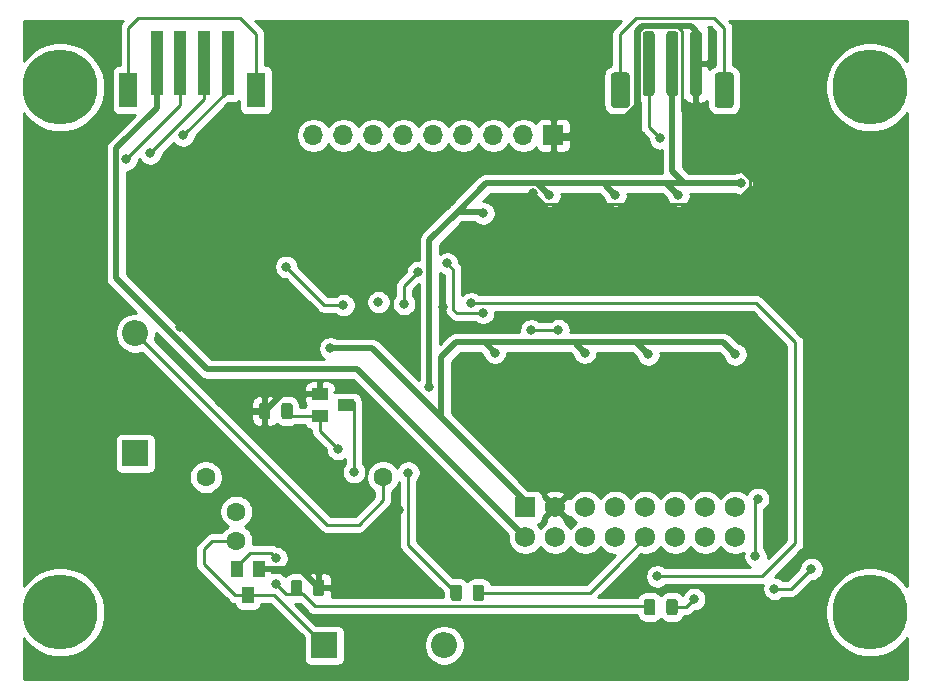
<source format=gbr>
G04 #@! TF.GenerationSoftware,KiCad,Pcbnew,(5.1.6-0-10_14)*
G04 #@! TF.CreationDate,2020-08-09T09:54:48-04:00*
G04 #@! TF.ProjectId,Pufferfish-Interface-2,50756666-6572-4666-9973-682d496e7465,rev?*
G04 #@! TF.SameCoordinates,Original*
G04 #@! TF.FileFunction,Copper,L2,Bot*
G04 #@! TF.FilePolarity,Positive*
%FSLAX46Y46*%
G04 Gerber Fmt 4.6, Leading zero omitted, Abs format (unit mm)*
G04 Created by KiCad (PCBNEW (5.1.6-0-10_14)) date 2020-08-09 09:54:48*
%MOMM*%
%LPD*%
G01*
G04 APERTURE LIST*
G04 #@! TA.AperFunction,ComponentPad*
%ADD10C,6.350000*%
G04 #@! TD*
G04 #@! TA.AperFunction,SMDPad,CuDef*
%ADD11R,1.400000X1.000000*%
G04 #@! TD*
G04 #@! TA.AperFunction,SMDPad,CuDef*
%ADD12R,1.000000X1.400000*%
G04 #@! TD*
G04 #@! TA.AperFunction,ComponentPad*
%ADD13O,2.200000X2.200000*%
G04 #@! TD*
G04 #@! TA.AperFunction,ComponentPad*
%ADD14R,2.200000X2.200000*%
G04 #@! TD*
G04 #@! TA.AperFunction,SMDPad,CuDef*
%ADD15R,1.600000X3.000000*%
G04 #@! TD*
G04 #@! TA.AperFunction,SMDPad,CuDef*
%ADD16R,1.000000X5.500000*%
G04 #@! TD*
G04 #@! TA.AperFunction,ComponentPad*
%ADD17O,1.700000X1.700000*%
G04 #@! TD*
G04 #@! TA.AperFunction,ComponentPad*
%ADD18R,1.700000X1.700000*%
G04 #@! TD*
G04 #@! TA.AperFunction,ComponentPad*
%ADD19R,1.725000X1.725000*%
G04 #@! TD*
G04 #@! TA.AperFunction,ComponentPad*
%ADD20C,1.725000*%
G04 #@! TD*
G04 #@! TA.AperFunction,ComponentPad*
%ADD21C,1.600000*%
G04 #@! TD*
G04 #@! TA.AperFunction,ViaPad*
%ADD22C,0.800000*%
G04 #@! TD*
G04 #@! TA.AperFunction,Conductor*
%ADD23C,0.250000*%
G04 #@! TD*
G04 #@! TA.AperFunction,Conductor*
%ADD24C,0.508000*%
G04 #@! TD*
G04 #@! TA.AperFunction,Conductor*
%ADD25C,0.254000*%
G04 #@! TD*
G04 APERTURE END LIST*
D10*
X-3810000Y-6350000D03*
X-3810000Y-50800000D03*
X64770000Y-50800000D03*
X64770000Y-6350000D03*
D11*
X20376060Y-33258760D03*
X18176060Y-32308760D03*
X18176060Y-34208760D03*
D12*
X12070120Y-49355100D03*
X13020120Y-47155100D03*
X11120120Y-47155100D03*
G04 #@! TA.AperFunction,SMDPad,CuDef*
G36*
G01*
X13987600Y-33307970D02*
X13987600Y-34220470D01*
G75*
G02*
X13743850Y-34464220I-243750J0D01*
G01*
X13256350Y-34464220D01*
G75*
G02*
X13012600Y-34220470I0J243750D01*
G01*
X13012600Y-33307970D01*
G75*
G02*
X13256350Y-33064220I243750J0D01*
G01*
X13743850Y-33064220D01*
G75*
G02*
X13987600Y-33307970I0J-243750D01*
G01*
G37*
G04 #@! TD.AperFunction*
G04 #@! TA.AperFunction,SMDPad,CuDef*
G36*
G01*
X15862600Y-33307970D02*
X15862600Y-34220470D01*
G75*
G02*
X15618850Y-34464220I-243750J0D01*
G01*
X15131350Y-34464220D01*
G75*
G02*
X14887600Y-34220470I0J243750D01*
G01*
X14887600Y-33307970D01*
G75*
G02*
X15131350Y-33064220I243750J0D01*
G01*
X15618850Y-33064220D01*
G75*
G02*
X15862600Y-33307970I0J-243750D01*
G01*
G37*
G04 #@! TD.AperFunction*
G04 #@! TA.AperFunction,SMDPad,CuDef*
G36*
G01*
X17574680Y-49191230D02*
X17574680Y-48278730D01*
G75*
G02*
X17818430Y-48034980I243750J0D01*
G01*
X18305930Y-48034980D01*
G75*
G02*
X18549680Y-48278730I0J-243750D01*
G01*
X18549680Y-49191230D01*
G75*
G02*
X18305930Y-49434980I-243750J0D01*
G01*
X17818430Y-49434980D01*
G75*
G02*
X17574680Y-49191230I0J243750D01*
G01*
G37*
G04 #@! TD.AperFunction*
G04 #@! TA.AperFunction,SMDPad,CuDef*
G36*
G01*
X15699680Y-49191230D02*
X15699680Y-48278730D01*
G75*
G02*
X15943430Y-48034980I243750J0D01*
G01*
X16430930Y-48034980D01*
G75*
G02*
X16674680Y-48278730I0J-243750D01*
G01*
X16674680Y-49191230D01*
G75*
G02*
X16430930Y-49434980I-243750J0D01*
G01*
X15943430Y-49434980D01*
G75*
G02*
X15699680Y-49191230I0J243750D01*
G01*
G37*
G04 #@! TD.AperFunction*
D13*
X2540000Y-27178000D03*
D14*
X2540000Y-37338000D03*
X18542000Y-53594000D03*
D13*
X28702000Y-53594000D03*
G04 #@! TA.AperFunction,SMDPad,CuDef*
G36*
G01*
X49506000Y-6842000D02*
X49506000Y-1842000D01*
G75*
G02*
X49756000Y-1592000I250000J0D01*
G01*
X50256000Y-1592000D01*
G75*
G02*
X50506000Y-1842000I0J-250000D01*
G01*
X50506000Y-6842000D01*
G75*
G02*
X50256000Y-7092000I-250000J0D01*
G01*
X49756000Y-7092000D01*
G75*
G02*
X49506000Y-6842000I0J250000D01*
G01*
G37*
G04 #@! TD.AperFunction*
G04 #@! TA.AperFunction,SMDPad,CuDef*
G36*
G01*
X45506000Y-6842000D02*
X45506000Y-1842000D01*
G75*
G02*
X45756000Y-1592000I250000J0D01*
G01*
X46256000Y-1592000D01*
G75*
G02*
X46506000Y-1842000I0J-250000D01*
G01*
X46506000Y-6842000D01*
G75*
G02*
X46256000Y-7092000I-250000J0D01*
G01*
X45756000Y-7092000D01*
G75*
G02*
X45506000Y-6842000I0J250000D01*
G01*
G37*
G04 #@! TD.AperFunction*
G04 #@! TA.AperFunction,SMDPad,CuDef*
G36*
G01*
X47506000Y-6842000D02*
X47506000Y-1842000D01*
G75*
G02*
X47756000Y-1592000I250000J0D01*
G01*
X48256000Y-1592000D01*
G75*
G02*
X48506000Y-1842000I0J-250000D01*
G01*
X48506000Y-6842000D01*
G75*
G02*
X48256000Y-7092000I-250000J0D01*
G01*
X47756000Y-7092000D01*
G75*
G02*
X47506000Y-6842000I0J250000D01*
G01*
G37*
G04 #@! TD.AperFunction*
G04 #@! TA.AperFunction,SMDPad,CuDef*
G36*
G01*
X42806000Y-7842400D02*
X42806000Y-5341600D01*
G75*
G02*
X43055600Y-5092000I249600J0D01*
G01*
X44156400Y-5092000D01*
G75*
G02*
X44406000Y-5341600I0J-249600D01*
G01*
X44406000Y-7842400D01*
G75*
G02*
X44156400Y-8092000I-249600J0D01*
G01*
X43055600Y-8092000D01*
G75*
G02*
X42806000Y-7842400I0J249600D01*
G01*
G37*
G04 #@! TD.AperFunction*
G04 #@! TA.AperFunction,SMDPad,CuDef*
G36*
G01*
X51606000Y-7842400D02*
X51606000Y-5341600D01*
G75*
G02*
X51855600Y-5092000I249600J0D01*
G01*
X52956400Y-5092000D01*
G75*
G02*
X53206000Y-5341600I0J-249600D01*
G01*
X53206000Y-7842400D01*
G75*
G02*
X52956400Y-8092000I-249600J0D01*
G01*
X51855600Y-8092000D01*
G75*
G02*
X51606000Y-7842400I0J249600D01*
G01*
G37*
G04 #@! TD.AperFunction*
D15*
X12766000Y-6568000D03*
X1966000Y-6568000D03*
D16*
X10366000Y-4318000D03*
X4366000Y-4318000D03*
X8366000Y-4318000D03*
X6366000Y-4318000D03*
G04 #@! TA.AperFunction,SMDPad,CuDef*
G36*
G01*
X30202720Y-48695290D02*
X30202720Y-49607790D01*
G75*
G02*
X29958970Y-49851540I-243750J0D01*
G01*
X29471470Y-49851540D01*
G75*
G02*
X29227720Y-49607790I0J243750D01*
G01*
X29227720Y-48695290D01*
G75*
G02*
X29471470Y-48451540I243750J0D01*
G01*
X29958970Y-48451540D01*
G75*
G02*
X30202720Y-48695290I0J-243750D01*
G01*
G37*
G04 #@! TD.AperFunction*
G04 #@! TA.AperFunction,SMDPad,CuDef*
G36*
G01*
X32077720Y-48695290D02*
X32077720Y-49607790D01*
G75*
G02*
X31833970Y-49851540I-243750J0D01*
G01*
X31346470Y-49851540D01*
G75*
G02*
X31102720Y-49607790I0J243750D01*
G01*
X31102720Y-48695290D01*
G75*
G02*
X31346470Y-48451540I243750J0D01*
G01*
X31833970Y-48451540D01*
G75*
G02*
X32077720Y-48695290I0J-243750D01*
G01*
G37*
G04 #@! TD.AperFunction*
G04 #@! TA.AperFunction,SMDPad,CuDef*
G36*
G01*
X46582940Y-49899250D02*
X46582940Y-50811750D01*
G75*
G02*
X46339190Y-51055500I-243750J0D01*
G01*
X45851690Y-51055500D01*
G75*
G02*
X45607940Y-50811750I0J243750D01*
G01*
X45607940Y-49899250D01*
G75*
G02*
X45851690Y-49655500I243750J0D01*
G01*
X46339190Y-49655500D01*
G75*
G02*
X46582940Y-49899250I0J-243750D01*
G01*
G37*
G04 #@! TD.AperFunction*
G04 #@! TA.AperFunction,SMDPad,CuDef*
G36*
G01*
X48457940Y-49899250D02*
X48457940Y-50811750D01*
G75*
G02*
X48214190Y-51055500I-243750J0D01*
G01*
X47726690Y-51055500D01*
G75*
G02*
X47482940Y-50811750I0J243750D01*
G01*
X47482940Y-49899250D01*
G75*
G02*
X47726690Y-49655500I243750J0D01*
G01*
X48214190Y-49655500D01*
G75*
G02*
X48457940Y-49899250I0J-243750D01*
G01*
G37*
G04 #@! TD.AperFunction*
D17*
X17619980Y-10421620D03*
X20159980Y-10421620D03*
X22699980Y-10421620D03*
X25239980Y-10421620D03*
X27779980Y-10421620D03*
X30319980Y-10421620D03*
X32859980Y-10421620D03*
X35399980Y-10421620D03*
D18*
X37939980Y-10421620D03*
D19*
X35560000Y-41910000D03*
D20*
X35560000Y-44450000D03*
X38100000Y-41910000D03*
X38100000Y-44450000D03*
X40640000Y-41910000D03*
X40640000Y-44450000D03*
X43180000Y-41910000D03*
X43180000Y-44450000D03*
X45720000Y-41910000D03*
X45720000Y-44450000D03*
X48260000Y-41910000D03*
X48260000Y-44450000D03*
X50800000Y-41910000D03*
X50800000Y-44450000D03*
X53340000Y-41910000D03*
X53340000Y-44450000D03*
D21*
X11102000Y-44770000D03*
X11102000Y-42270000D03*
X8502000Y-39370000D03*
X23502000Y-39370000D03*
D22*
X45974000Y-28956000D03*
X53340000Y-28956000D03*
X32992060Y-28821380D03*
X19050000Y-28448000D03*
X40604440Y-28823920D03*
X21066000Y-38934900D03*
X28557220Y-24985980D03*
X43180000Y-22352000D03*
X45974000Y-20066000D03*
X7620000Y-22098000D03*
X6350000Y-26670000D03*
X9318880Y-32178880D03*
X24892000Y-42164000D03*
X36226130Y-15335870D03*
X3307080Y-15788640D03*
X28702000Y-39370000D03*
X13764260Y-18280380D03*
X16802100Y-18280380D03*
X30988000Y-24638000D03*
X46736000Y-47752000D03*
X59776360Y-47114460D03*
X56654700Y-48818800D03*
X55046880Y-46075600D03*
X55257700Y-41185000D03*
X27432000Y-31750000D03*
X53848000Y-14478000D03*
X32004000Y-17018000D03*
X37592000Y-15494000D03*
X43180000Y-15494000D03*
X48514000Y-15494000D03*
X19702780Y-36974780D03*
X25654000Y-38973760D03*
X14488160Y-46217840D03*
X14488160Y-48407320D03*
X6604000Y-10414000D03*
X3810000Y-11938000D03*
X1778000Y-12446000D03*
X46990000Y-10668000D03*
X36068000Y-26924000D03*
X38358653Y-26919347D03*
X28950920Y-21268860D03*
X31983783Y-25437000D03*
X49847500Y-49690020D03*
X15323820Y-21556980D03*
X20165060Y-24785320D03*
X23131780Y-24533860D03*
X25311100Y-24683720D03*
X26492200Y-21993860D03*
D23*
X23502000Y-41335002D02*
X23502000Y-39370000D01*
X21442001Y-43395001D02*
X23502000Y-41335002D01*
X18757001Y-43395001D02*
X21442001Y-43395001D01*
X2540000Y-27178000D02*
X18757001Y-43395001D01*
D24*
X35560000Y-41910000D02*
X35560000Y-41402000D01*
X28448000Y-31496000D02*
X28448000Y-30988000D01*
X28448000Y-34290000D02*
X28448000Y-31496000D01*
X28448000Y-29210000D02*
X29718000Y-27940000D01*
X28448000Y-31496000D02*
X28448000Y-29210000D01*
X44958000Y-27940000D02*
X45974000Y-28956000D01*
X39878000Y-27940000D02*
X44958000Y-27940000D01*
X29718000Y-27940000D02*
X32004000Y-27940000D01*
X35560000Y-41402000D02*
X29210000Y-35052000D01*
X29210000Y-35052000D02*
X23114000Y-28956000D01*
X29210000Y-35052000D02*
X28448000Y-34290000D01*
X23114000Y-28956000D02*
X22606000Y-28448000D01*
X22606000Y-28448000D02*
X19050000Y-28448000D01*
X52324000Y-27940000D02*
X53340000Y-28956000D01*
X44958000Y-27940000D02*
X52324000Y-27940000D01*
X32110680Y-27940000D02*
X32992060Y-28821380D01*
X29718000Y-27940000D02*
X31912560Y-27940000D01*
X31912560Y-27940000D02*
X32110680Y-27940000D01*
X31912560Y-27940000D02*
X39878000Y-27940000D01*
X39878000Y-27940000D02*
X40065960Y-27940000D01*
X39878000Y-28097480D02*
X40604440Y-28823920D01*
X39878000Y-27940000D02*
X39878000Y-28097480D01*
D23*
X21066000Y-33020000D02*
X21066000Y-38934900D01*
X8382000Y-45466000D02*
X9078000Y-44770000D01*
X8382000Y-46736000D02*
X8382000Y-45466000D01*
X9078000Y-44770000D02*
X11102000Y-44770000D01*
X11001100Y-49355100D02*
X12070120Y-49355100D01*
X8382000Y-46736000D02*
X11001100Y-49355100D01*
X14303100Y-49355100D02*
X18542000Y-53594000D01*
X12070120Y-49355100D02*
X14303100Y-49355100D01*
D24*
X43688000Y-22352000D02*
X45974000Y-20066000D01*
X43180000Y-22352000D02*
X43688000Y-22352000D01*
X7620000Y-22098000D02*
X6350000Y-23368000D01*
X6350000Y-23368000D02*
X6350000Y-26670000D01*
X9318880Y-32178880D02*
X10922000Y-33782000D01*
X50006000Y-1592000D02*
X50006000Y-4342000D01*
X49551990Y-1137990D02*
X50006000Y-1592000D01*
X45051990Y-1550388D02*
X45464388Y-1137990D01*
X45464388Y-1137990D02*
X49551990Y-1137990D01*
X45051990Y-7941866D02*
X45051990Y-1550388D01*
X42325856Y-10668000D02*
X45051990Y-7941866D01*
X38354000Y-10668000D02*
X42325856Y-10668000D01*
D23*
X37109261Y-16219001D02*
X36226130Y-15335870D01*
X45517820Y-1266990D02*
X48494180Y-1266990D01*
X53180001Y-16219001D02*
X37109261Y-16219001D01*
X54573001Y-14826001D02*
X53180001Y-16219001D01*
X38354000Y-10668000D02*
X42266830Y-10668000D01*
X48494180Y-1266990D02*
X48831010Y-1603820D01*
X48831010Y-1603820D02*
X48831010Y-8388008D01*
X45180990Y-1603820D02*
X45517820Y-1266990D01*
X48831010Y-8388008D02*
X54573001Y-14129999D01*
X45180990Y-7753840D02*
X45180990Y-1603820D01*
X42266830Y-10668000D02*
X45180990Y-7753840D01*
X54573001Y-14129999D02*
X54573001Y-14826001D01*
D24*
X13764260Y-18280380D02*
X16802100Y-18280380D01*
X13482320Y-33782000D02*
X13500100Y-33764220D01*
X10922000Y-33782000D02*
X13482320Y-33782000D01*
X14955560Y-32308760D02*
X13500100Y-33764220D01*
X18176060Y-32308760D02*
X14955560Y-32308760D01*
X16482300Y-47155100D02*
X13020120Y-47155100D01*
X18062180Y-48734980D02*
X16482300Y-47155100D01*
D23*
X30988000Y-24638000D02*
X55118000Y-24638000D01*
X55118000Y-24638000D02*
X58420000Y-27940000D01*
X58420000Y-27940000D02*
X58420000Y-41127502D01*
X58420000Y-41127502D02*
X58420000Y-44958000D01*
X58420000Y-44958000D02*
X55626000Y-47752000D01*
X55626000Y-47752000D02*
X46736000Y-47752000D01*
X59776360Y-47114460D02*
X58074560Y-48816260D01*
X56657240Y-48816260D02*
X56654700Y-48818800D01*
X58074560Y-48816260D02*
X56657240Y-48816260D01*
X55046880Y-41395820D02*
X55257700Y-41185000D01*
X55046880Y-46075600D02*
X55046880Y-41395820D01*
D24*
X4366000Y-4318000D02*
X4366000Y-8080000D01*
X923999Y-11522001D02*
X923999Y-22513999D01*
X4366000Y-8080000D02*
X923999Y-11522001D01*
X923999Y-22513999D02*
X8636000Y-30226000D01*
X35557798Y-44450000D02*
X35560000Y-44450000D01*
X21333798Y-30226000D02*
X35557798Y-44450000D01*
X8636000Y-30226000D02*
X21333798Y-30226000D01*
X27432000Y-31750000D02*
X27432000Y-19304000D01*
X29845000Y-16891000D02*
X31877000Y-16891000D01*
X27432000Y-19304000D02*
X29845000Y-16891000D01*
X31877000Y-16891000D02*
X32004000Y-17018000D01*
X29845000Y-16891000D02*
X32258000Y-14478000D01*
X36576000Y-14478000D02*
X37592000Y-15494000D01*
X35814000Y-14478000D02*
X36576000Y-14478000D01*
X32258000Y-14478000D02*
X35814000Y-14478000D01*
X42418000Y-14732000D02*
X43180000Y-15494000D01*
X42418000Y-14478000D02*
X42418000Y-14732000D01*
X35814000Y-14478000D02*
X42418000Y-14478000D01*
X48006000Y-13462000D02*
X49022000Y-14478000D01*
X48006000Y-4342000D02*
X48006000Y-13462000D01*
X49022000Y-14478000D02*
X53848000Y-14478000D01*
X47498000Y-14478000D02*
X48514000Y-15494000D01*
X46990000Y-14478000D02*
X47498000Y-14478000D01*
X42418000Y-14478000D02*
X46990000Y-14478000D01*
X46990000Y-14478000D02*
X49022000Y-14478000D01*
D23*
X18088060Y-34020760D02*
X18276060Y-34208760D01*
X18276060Y-34208760D02*
X18276060Y-33823758D01*
X25654000Y-45090320D02*
X29715220Y-49151540D01*
X25654000Y-43273980D02*
X25654000Y-45090320D01*
X25654000Y-43273980D02*
X25654000Y-43472340D01*
X17731520Y-33764220D02*
X18176060Y-34208760D01*
X15819640Y-34208760D02*
X15375100Y-33764220D01*
X18176060Y-34208760D02*
X15819640Y-34208760D01*
X18176060Y-35448060D02*
X19702780Y-36974780D01*
X18176060Y-34208760D02*
X18176060Y-35448060D01*
X25654000Y-38973760D02*
X25654000Y-43273980D01*
X46031940Y-50292000D02*
X46095440Y-50355500D01*
X17744200Y-50292000D02*
X19001740Y-50292000D01*
X19001740Y-50292000D02*
X46031940Y-50292000D01*
X11120120Y-47155100D02*
X11120120Y-46956980D01*
X16187180Y-48537158D02*
X16187180Y-48734980D01*
X11120120Y-47155100D02*
X11120120Y-46913800D01*
X11120120Y-46913800D02*
X12275820Y-45758100D01*
X12275820Y-45758100D02*
X13662660Y-45758100D01*
X14028420Y-45758100D02*
X14488160Y-46217840D01*
X13662660Y-45758100D02*
X14028420Y-45758100D01*
X14488160Y-48407320D02*
X15336520Y-49255680D01*
X17384910Y-49932710D02*
X17744200Y-50292000D01*
X16707880Y-49255680D02*
X17384910Y-49932710D01*
X15336520Y-49255680D02*
X16707880Y-49255680D01*
X16187180Y-48734980D02*
X17384910Y-49932710D01*
X12766000Y-1844000D02*
X12766000Y-6568000D01*
X2794000Y-508000D02*
X11430000Y-508000D01*
X1966000Y-1336000D02*
X2794000Y-508000D01*
X11430000Y-508000D02*
X12766000Y-1844000D01*
X1966000Y-6568000D02*
X1966000Y-1336000D01*
X10366000Y-6652000D02*
X6604000Y-10414000D01*
X10366000Y-4318000D02*
X10366000Y-6652000D01*
X8366000Y-7382000D02*
X3810000Y-11938000D01*
X8366000Y-4318000D02*
X8366000Y-7382000D01*
X6366000Y-7858000D02*
X1778000Y-12446000D01*
X6366000Y-4318000D02*
X6366000Y-7858000D01*
X46006000Y-9684000D02*
X46990000Y-10668000D01*
X46006000Y-4342000D02*
X46006000Y-9684000D01*
X51562000Y-508000D02*
X52406000Y-1352000D01*
X52406000Y-1352000D02*
X52406000Y-6592000D01*
X44958000Y-508000D02*
X51562000Y-508000D01*
X43606000Y-1860000D02*
X44958000Y-508000D01*
X43606000Y-6592000D02*
X43606000Y-1860000D01*
X38354000Y-26924000D02*
X38358653Y-26919347D01*
X36068000Y-26924000D02*
X38354000Y-26924000D01*
X28950920Y-21268860D02*
X29476700Y-21794640D01*
X29476700Y-25176792D02*
X29736908Y-25437000D01*
X29736908Y-25437000D02*
X31983783Y-25437000D01*
X29476700Y-21794640D02*
X29476700Y-25176792D01*
X41018460Y-49151540D02*
X43155870Y-47014130D01*
X31590220Y-49151540D02*
X41018460Y-49151540D01*
X43155870Y-47014130D02*
X45720000Y-44450000D01*
X42618660Y-47551340D02*
X43155870Y-47014130D01*
X49182020Y-50355500D02*
X49847500Y-49690020D01*
X47970440Y-50355500D02*
X49182020Y-50355500D01*
X19944080Y-24785320D02*
X20165060Y-24785320D01*
X20165060Y-24785320D02*
X18552160Y-24785320D01*
X18552160Y-24785320D02*
X17035780Y-23268940D01*
X17035780Y-23268940D02*
X17754600Y-23987760D01*
X15323820Y-21556980D02*
X17035780Y-23268940D01*
X23030180Y-24533860D02*
X23131780Y-24533860D01*
X25311100Y-24617680D02*
X25311100Y-24683720D01*
X25311100Y-23174960D02*
X26492200Y-21993860D01*
X25311100Y-24683720D02*
X25311100Y-23174960D01*
D25*
G36*
X1454998Y-772201D02*
G01*
X1426000Y-795999D01*
X1402202Y-824997D01*
X1402201Y-824998D01*
X1331026Y-911724D01*
X1260454Y-1043754D01*
X1244508Y-1096323D01*
X1216998Y-1187014D01*
X1206001Y-1298667D01*
X1202324Y-1336000D01*
X1206001Y-1373332D01*
X1206000Y-4429928D01*
X1166000Y-4429928D01*
X1041518Y-4442188D01*
X921820Y-4478498D01*
X811506Y-4537463D01*
X714815Y-4616815D01*
X635463Y-4713506D01*
X576498Y-4823820D01*
X540188Y-4943518D01*
X527928Y-5068000D01*
X527928Y-8068000D01*
X540188Y-8192482D01*
X576498Y-8312180D01*
X635463Y-8422494D01*
X714815Y-8519185D01*
X811506Y-8598537D01*
X921820Y-8657502D01*
X1041518Y-8693812D01*
X1166000Y-8706072D01*
X2482692Y-8706072D01*
X326263Y-10862502D01*
X292340Y-10890342D01*
X181246Y-11025711D01*
X98696Y-11180151D01*
X47863Y-11347728D01*
X34999Y-11478335D01*
X34999Y-11478341D01*
X30699Y-11522001D01*
X34999Y-11565661D01*
X35000Y-22470329D01*
X30699Y-22513999D01*
X47863Y-22688273D01*
X98697Y-22855851D01*
X169913Y-22989086D01*
X181247Y-23010290D01*
X292341Y-23145658D01*
X326258Y-23173493D01*
X2595765Y-25443000D01*
X2369117Y-25443000D01*
X2033919Y-25509675D01*
X1718169Y-25640463D01*
X1434002Y-25830337D01*
X1192337Y-26072002D01*
X1002463Y-26356169D01*
X871675Y-26671919D01*
X805000Y-27007117D01*
X805000Y-27348883D01*
X871675Y-27684081D01*
X1002463Y-27999831D01*
X1192337Y-28283998D01*
X1434002Y-28525663D01*
X1718169Y-28715537D01*
X2033919Y-28846325D01*
X2369117Y-28913000D01*
X2710883Y-28913000D01*
X3046081Y-28846325D01*
X3107912Y-28820714D01*
X18193202Y-43906004D01*
X18217000Y-43935002D01*
X18332725Y-44029975D01*
X18464754Y-44100547D01*
X18608015Y-44144004D01*
X18719668Y-44155001D01*
X18719676Y-44155001D01*
X18757001Y-44158677D01*
X18794326Y-44155001D01*
X21404679Y-44155001D01*
X21442001Y-44158677D01*
X21479323Y-44155001D01*
X21479334Y-44155001D01*
X21590987Y-44144004D01*
X21734248Y-44100547D01*
X21866277Y-44029975D01*
X21982002Y-43935002D01*
X22005805Y-43905998D01*
X24013004Y-41898800D01*
X24042001Y-41875003D01*
X24136974Y-41759278D01*
X24207546Y-41627249D01*
X24251003Y-41483988D01*
X24262000Y-41372335D01*
X24262000Y-41372334D01*
X24265677Y-41335002D01*
X24262000Y-41297669D01*
X24262000Y-40588043D01*
X24416759Y-40484637D01*
X24616637Y-40284759D01*
X24773680Y-40049727D01*
X24881853Y-39788574D01*
X24894000Y-39727507D01*
X24894001Y-43236638D01*
X24894000Y-43236648D01*
X24894001Y-45052988D01*
X24890324Y-45090320D01*
X24904998Y-45239305D01*
X24948454Y-45382566D01*
X25019026Y-45514596D01*
X25077088Y-45585344D01*
X25114000Y-45630321D01*
X25142998Y-45654119D01*
X28589648Y-49100771D01*
X28589648Y-49532000D01*
X19178197Y-49532000D01*
X19187752Y-49434980D01*
X19184680Y-49020730D01*
X19025930Y-48861980D01*
X18189180Y-48861980D01*
X18189180Y-48881980D01*
X17935180Y-48881980D01*
X17935180Y-48861980D01*
X17915180Y-48861980D01*
X17915180Y-48607980D01*
X17935180Y-48607980D01*
X17935180Y-47558730D01*
X18189180Y-47558730D01*
X18189180Y-48607980D01*
X19025930Y-48607980D01*
X19184680Y-48449230D01*
X19187752Y-48034980D01*
X19175492Y-47910498D01*
X19139182Y-47790800D01*
X19080217Y-47680486D01*
X19000865Y-47583795D01*
X18904174Y-47504443D01*
X18793860Y-47445478D01*
X18674162Y-47409168D01*
X18549680Y-47396908D01*
X18347930Y-47399980D01*
X18189180Y-47558730D01*
X17935180Y-47558730D01*
X17776430Y-47399980D01*
X17574680Y-47396908D01*
X17450198Y-47409168D01*
X17330500Y-47445478D01*
X17220186Y-47504443D01*
X17123495Y-47583795D01*
X17059688Y-47661544D01*
X17054472Y-47655188D01*
X16920844Y-47545522D01*
X16768389Y-47464033D01*
X16602965Y-47413852D01*
X16430930Y-47396908D01*
X15943430Y-47396908D01*
X15771395Y-47413852D01*
X15605971Y-47464033D01*
X15453516Y-47545522D01*
X15319888Y-47655188D01*
X15265730Y-47721179D01*
X15147934Y-47603383D01*
X14978416Y-47490115D01*
X14790058Y-47412094D01*
X14590099Y-47372320D01*
X14386221Y-47372320D01*
X14186262Y-47412094D01*
X14143908Y-47429638D01*
X13996372Y-47282102D01*
X14155120Y-47282102D01*
X14155120Y-47200166D01*
X14186262Y-47213066D01*
X14386221Y-47252840D01*
X14590099Y-47252840D01*
X14790058Y-47213066D01*
X14978416Y-47135045D01*
X15147934Y-47021777D01*
X15292097Y-46877614D01*
X15405365Y-46708096D01*
X15483386Y-46519738D01*
X15523160Y-46319779D01*
X15523160Y-46115901D01*
X15483386Y-45915942D01*
X15405365Y-45727584D01*
X15292097Y-45558066D01*
X15147934Y-45413903D01*
X14978416Y-45300635D01*
X14790058Y-45222614D01*
X14590099Y-45182840D01*
X14525458Y-45182840D01*
X14452696Y-45123126D01*
X14320667Y-45052554D01*
X14177406Y-45009097D01*
X14065753Y-44998100D01*
X14065742Y-44998100D01*
X14028420Y-44994424D01*
X13991098Y-44998100D01*
X12519741Y-44998100D01*
X12537000Y-44911335D01*
X12537000Y-44628665D01*
X12481853Y-44351426D01*
X12373680Y-44090273D01*
X12216637Y-43855241D01*
X12016759Y-43655363D01*
X11814173Y-43520000D01*
X12016759Y-43384637D01*
X12216637Y-43184759D01*
X12373680Y-42949727D01*
X12481853Y-42688574D01*
X12537000Y-42411335D01*
X12537000Y-42128665D01*
X12481853Y-41851426D01*
X12373680Y-41590273D01*
X12216637Y-41355241D01*
X12016759Y-41155363D01*
X11781727Y-40998320D01*
X11520574Y-40890147D01*
X11243335Y-40835000D01*
X10960665Y-40835000D01*
X10683426Y-40890147D01*
X10422273Y-40998320D01*
X10187241Y-41155363D01*
X9987363Y-41355241D01*
X9830320Y-41590273D01*
X9722147Y-41851426D01*
X9667000Y-42128665D01*
X9667000Y-42411335D01*
X9722147Y-42688574D01*
X9830320Y-42949727D01*
X9987363Y-43184759D01*
X10187241Y-43384637D01*
X10389827Y-43520000D01*
X10187241Y-43655363D01*
X9987363Y-43855241D01*
X9883957Y-44010000D01*
X9115325Y-44010000D01*
X9078000Y-44006324D01*
X9040675Y-44010000D01*
X9040667Y-44010000D01*
X8929014Y-44020997D01*
X8785753Y-44064454D01*
X8653724Y-44135026D01*
X8537999Y-44229999D01*
X8514201Y-44258998D01*
X7870998Y-44902201D01*
X7842000Y-44925999D01*
X7818202Y-44954997D01*
X7818201Y-44954998D01*
X7747026Y-45041724D01*
X7676454Y-45173754D01*
X7663003Y-45218099D01*
X7635126Y-45310001D01*
X7632998Y-45317015D01*
X7618324Y-45466000D01*
X7622001Y-45503332D01*
X7622000Y-46698677D01*
X7618324Y-46736000D01*
X7622000Y-46773322D01*
X7622000Y-46773332D01*
X7632997Y-46884985D01*
X7668795Y-47002997D01*
X7676454Y-47028246D01*
X7747026Y-47160276D01*
X7749358Y-47163117D01*
X7841999Y-47276001D01*
X7871003Y-47299804D01*
X10437300Y-49866102D01*
X10461099Y-49895101D01*
X10576824Y-49990074D01*
X10708853Y-50060646D01*
X10852114Y-50104103D01*
X10937704Y-50112533D01*
X10944308Y-50179582D01*
X10980618Y-50299280D01*
X11039583Y-50409594D01*
X11118935Y-50506285D01*
X11215626Y-50585637D01*
X11325940Y-50644602D01*
X11445638Y-50680912D01*
X11570120Y-50693172D01*
X12570120Y-50693172D01*
X12694602Y-50680912D01*
X12814300Y-50644602D01*
X12924614Y-50585637D01*
X13021305Y-50506285D01*
X13100657Y-50409594D01*
X13159622Y-50299280D01*
X13195932Y-50179582D01*
X13202283Y-50115100D01*
X13988299Y-50115100D01*
X16803928Y-52930730D01*
X16803928Y-54694000D01*
X16816188Y-54818482D01*
X16852498Y-54938180D01*
X16911463Y-55048494D01*
X16990815Y-55145185D01*
X17087506Y-55224537D01*
X17197820Y-55283502D01*
X17317518Y-55319812D01*
X17442000Y-55332072D01*
X19642000Y-55332072D01*
X19766482Y-55319812D01*
X19886180Y-55283502D01*
X19996494Y-55224537D01*
X20093185Y-55145185D01*
X20172537Y-55048494D01*
X20231502Y-54938180D01*
X20267812Y-54818482D01*
X20280072Y-54694000D01*
X20280072Y-53423117D01*
X26967000Y-53423117D01*
X26967000Y-53764883D01*
X27033675Y-54100081D01*
X27164463Y-54415831D01*
X27354337Y-54699998D01*
X27596002Y-54941663D01*
X27880169Y-55131537D01*
X28195919Y-55262325D01*
X28531117Y-55329000D01*
X28872883Y-55329000D01*
X29208081Y-55262325D01*
X29523831Y-55131537D01*
X29807998Y-54941663D01*
X30049663Y-54699998D01*
X30239537Y-54415831D01*
X30370325Y-54100081D01*
X30437000Y-53764883D01*
X30437000Y-53423117D01*
X30370325Y-53087919D01*
X30239537Y-52772169D01*
X30049663Y-52488002D01*
X29807998Y-52246337D01*
X29523831Y-52056463D01*
X29208081Y-51925675D01*
X28872883Y-51859000D01*
X28531117Y-51859000D01*
X28195919Y-51925675D01*
X27880169Y-52056463D01*
X27596002Y-52246337D01*
X27354337Y-52488002D01*
X27164463Y-52772169D01*
X27033675Y-53087919D01*
X26967000Y-53423117D01*
X20280072Y-53423117D01*
X20280072Y-52494000D01*
X20267812Y-52369518D01*
X20231502Y-52249820D01*
X20172537Y-52139506D01*
X20093185Y-52042815D01*
X19996494Y-51963463D01*
X19886180Y-51904498D01*
X19766482Y-51868188D01*
X19642000Y-51855928D01*
X17878730Y-51855928D01*
X16095853Y-50073052D01*
X16430930Y-50073052D01*
X16448700Y-50071302D01*
X16873907Y-50496509D01*
X16873913Y-50496514D01*
X17180396Y-50802997D01*
X17204199Y-50832001D01*
X17319924Y-50926974D01*
X17451953Y-50997546D01*
X17595214Y-51041003D01*
X17706867Y-51052000D01*
X17706875Y-51052000D01*
X17744200Y-51055676D01*
X17781525Y-51052000D01*
X45007505Y-51052000D01*
X45036993Y-51149209D01*
X45118482Y-51301664D01*
X45228148Y-51435292D01*
X45361776Y-51544958D01*
X45514231Y-51626447D01*
X45679655Y-51676628D01*
X45851690Y-51693572D01*
X46339190Y-51693572D01*
X46511225Y-51676628D01*
X46676649Y-51626447D01*
X46829104Y-51544958D01*
X46962732Y-51435292D01*
X47032940Y-51349744D01*
X47103148Y-51435292D01*
X47236776Y-51544958D01*
X47389231Y-51626447D01*
X47554655Y-51676628D01*
X47726690Y-51693572D01*
X48214190Y-51693572D01*
X48386225Y-51676628D01*
X48551649Y-51626447D01*
X48704104Y-51544958D01*
X48837732Y-51435292D01*
X48947398Y-51301664D01*
X49028887Y-51149209D01*
X49039113Y-51115500D01*
X49144698Y-51115500D01*
X49182020Y-51119176D01*
X49219342Y-51115500D01*
X49219353Y-51115500D01*
X49331006Y-51104503D01*
X49474267Y-51061046D01*
X49606296Y-50990474D01*
X49722021Y-50895501D01*
X49745823Y-50866498D01*
X49887301Y-50725020D01*
X49949439Y-50725020D01*
X50149398Y-50685246D01*
X50337756Y-50607225D01*
X50507274Y-50493957D01*
X50651437Y-50349794D01*
X50764705Y-50180276D01*
X50842726Y-49991918D01*
X50882500Y-49791959D01*
X50882500Y-49588081D01*
X50842726Y-49388122D01*
X50764705Y-49199764D01*
X50651437Y-49030246D01*
X50507274Y-48886083D01*
X50337756Y-48772815D01*
X50149398Y-48694794D01*
X49949439Y-48655020D01*
X49745561Y-48655020D01*
X49545602Y-48694794D01*
X49357244Y-48772815D01*
X49187726Y-48886083D01*
X49043563Y-49030246D01*
X48930295Y-49199764D01*
X48878341Y-49325190D01*
X48837732Y-49275708D01*
X48704104Y-49166042D01*
X48551649Y-49084553D01*
X48386225Y-49034372D01*
X48214190Y-49017428D01*
X47726690Y-49017428D01*
X47554655Y-49034372D01*
X47389231Y-49084553D01*
X47236776Y-49166042D01*
X47103148Y-49275708D01*
X47032940Y-49361256D01*
X46962732Y-49275708D01*
X46829104Y-49166042D01*
X46676649Y-49084553D01*
X46511225Y-49034372D01*
X46339190Y-49017428D01*
X45851690Y-49017428D01*
X45679655Y-49034372D01*
X45514231Y-49084553D01*
X45361776Y-49166042D01*
X45228148Y-49275708D01*
X45118482Y-49409336D01*
X45052917Y-49532000D01*
X41712801Y-49532000D01*
X43719669Y-47525133D01*
X43719673Y-47525128D01*
X45342962Y-45901840D01*
X45572509Y-45947500D01*
X45867491Y-45947500D01*
X46156805Y-45889952D01*
X46429332Y-45777067D01*
X46674601Y-45613184D01*
X46883184Y-45404601D01*
X46990000Y-45244739D01*
X47096816Y-45404601D01*
X47305399Y-45613184D01*
X47550668Y-45777067D01*
X47823195Y-45889952D01*
X48112509Y-45947500D01*
X48407491Y-45947500D01*
X48696805Y-45889952D01*
X48969332Y-45777067D01*
X49214601Y-45613184D01*
X49423184Y-45404601D01*
X49530000Y-45244739D01*
X49636816Y-45404601D01*
X49845399Y-45613184D01*
X50090668Y-45777067D01*
X50363195Y-45889952D01*
X50652509Y-45947500D01*
X50947491Y-45947500D01*
X51236805Y-45889952D01*
X51509332Y-45777067D01*
X51754601Y-45613184D01*
X51963184Y-45404601D01*
X52070000Y-45244739D01*
X52176816Y-45404601D01*
X52385399Y-45613184D01*
X52630668Y-45777067D01*
X52903195Y-45889952D01*
X53192509Y-45947500D01*
X53487491Y-45947500D01*
X53776805Y-45889952D01*
X54049332Y-45777067D01*
X54051238Y-45775793D01*
X54011880Y-45973661D01*
X54011880Y-46177539D01*
X54051654Y-46377498D01*
X54129675Y-46565856D01*
X54242943Y-46735374D01*
X54387106Y-46879537D01*
X54555419Y-46992000D01*
X47439711Y-46992000D01*
X47395774Y-46948063D01*
X47226256Y-46834795D01*
X47037898Y-46756774D01*
X46837939Y-46717000D01*
X46634061Y-46717000D01*
X46434102Y-46756774D01*
X46245744Y-46834795D01*
X46076226Y-46948063D01*
X45932063Y-47092226D01*
X45818795Y-47261744D01*
X45740774Y-47450102D01*
X45701000Y-47650061D01*
X45701000Y-47853939D01*
X45740774Y-48053898D01*
X45818795Y-48242256D01*
X45932063Y-48411774D01*
X46076226Y-48555937D01*
X46245744Y-48669205D01*
X46434102Y-48747226D01*
X46634061Y-48787000D01*
X46837939Y-48787000D01*
X47037898Y-48747226D01*
X47226256Y-48669205D01*
X47395774Y-48555937D01*
X47439711Y-48512000D01*
X55588678Y-48512000D01*
X55626000Y-48515676D01*
X55661427Y-48512187D01*
X55659474Y-48516902D01*
X55619700Y-48716861D01*
X55619700Y-48920739D01*
X55659474Y-49120698D01*
X55737495Y-49309056D01*
X55850763Y-49478574D01*
X55994926Y-49622737D01*
X56164444Y-49736005D01*
X56352802Y-49814026D01*
X56552761Y-49853800D01*
X56756639Y-49853800D01*
X56956598Y-49814026D01*
X57144956Y-49736005D01*
X57314474Y-49622737D01*
X57360951Y-49576260D01*
X58037238Y-49576260D01*
X58074560Y-49579936D01*
X58111882Y-49576260D01*
X58111893Y-49576260D01*
X58223546Y-49565263D01*
X58366807Y-49521806D01*
X58498836Y-49451234D01*
X58614561Y-49356261D01*
X58638364Y-49327257D01*
X59816162Y-48149460D01*
X59878299Y-48149460D01*
X60078258Y-48109686D01*
X60266616Y-48031665D01*
X60436134Y-47918397D01*
X60580297Y-47774234D01*
X60693565Y-47604716D01*
X60771586Y-47416358D01*
X60811360Y-47216399D01*
X60811360Y-47012521D01*
X60771586Y-46812562D01*
X60693565Y-46624204D01*
X60580297Y-46454686D01*
X60436134Y-46310523D01*
X60266616Y-46197255D01*
X60078258Y-46119234D01*
X59878299Y-46079460D01*
X59674421Y-46079460D01*
X59474462Y-46119234D01*
X59286104Y-46197255D01*
X59116586Y-46310523D01*
X58972423Y-46454686D01*
X58859155Y-46624204D01*
X58781134Y-46812562D01*
X58741360Y-47012521D01*
X58741360Y-47074658D01*
X57759759Y-48056260D01*
X57355871Y-48056260D01*
X57314474Y-48014863D01*
X57144956Y-47901595D01*
X56956598Y-47823574D01*
X56756639Y-47783800D01*
X56669001Y-47783800D01*
X58931003Y-45521799D01*
X58960001Y-45498001D01*
X59054974Y-45382276D01*
X59125546Y-45250247D01*
X59169003Y-45106986D01*
X59180000Y-44995333D01*
X59180000Y-44995325D01*
X59183676Y-44958000D01*
X59180000Y-44920675D01*
X59180000Y-27977322D01*
X59183676Y-27939999D01*
X59180000Y-27902676D01*
X59180000Y-27902667D01*
X59169003Y-27791014D01*
X59125546Y-27647753D01*
X59054974Y-27515724D01*
X58960001Y-27399999D01*
X58931004Y-27376202D01*
X55681804Y-24127003D01*
X55658001Y-24097999D01*
X55542276Y-24003026D01*
X55410247Y-23932454D01*
X55266986Y-23888997D01*
X55155333Y-23878000D01*
X55155322Y-23878000D01*
X55118000Y-23874324D01*
X55080678Y-23878000D01*
X31691711Y-23878000D01*
X31647774Y-23834063D01*
X31478256Y-23720795D01*
X31289898Y-23642774D01*
X31089939Y-23603000D01*
X30886061Y-23603000D01*
X30686102Y-23642774D01*
X30497744Y-23720795D01*
X30328226Y-23834063D01*
X30236700Y-23925589D01*
X30236700Y-21831962D01*
X30240376Y-21794639D01*
X30236700Y-21757316D01*
X30236700Y-21757307D01*
X30225703Y-21645654D01*
X30182246Y-21502393D01*
X30111674Y-21370364D01*
X30016701Y-21254639D01*
X29987703Y-21230842D01*
X29985920Y-21229058D01*
X29985920Y-21166921D01*
X29946146Y-20966962D01*
X29868125Y-20778604D01*
X29754857Y-20609086D01*
X29610694Y-20464923D01*
X29441176Y-20351655D01*
X29252818Y-20273634D01*
X29052859Y-20233860D01*
X28848981Y-20233860D01*
X28649022Y-20273634D01*
X28460664Y-20351655D01*
X28321000Y-20444975D01*
X28321000Y-19672235D01*
X30213235Y-17780000D01*
X31302289Y-17780000D01*
X31344226Y-17821937D01*
X31513744Y-17935205D01*
X31702102Y-18013226D01*
X31902061Y-18053000D01*
X32105939Y-18053000D01*
X32305898Y-18013226D01*
X32494256Y-17935205D01*
X32663774Y-17821937D01*
X32807937Y-17677774D01*
X32921205Y-17508256D01*
X32999226Y-17319898D01*
X33039000Y-17119939D01*
X33039000Y-16916061D01*
X32999226Y-16716102D01*
X32921205Y-16527744D01*
X32807937Y-16358226D01*
X32663774Y-16214063D01*
X32494256Y-16100795D01*
X32305898Y-16022774D01*
X32105939Y-15983000D01*
X32010235Y-15983000D01*
X32626235Y-15367000D01*
X36207765Y-15367000D01*
X36586870Y-15746105D01*
X36596774Y-15795898D01*
X36674795Y-15984256D01*
X36788063Y-16153774D01*
X36932226Y-16297937D01*
X37101744Y-16411205D01*
X37290102Y-16489226D01*
X37490061Y-16529000D01*
X37693939Y-16529000D01*
X37893898Y-16489226D01*
X38082256Y-16411205D01*
X38251774Y-16297937D01*
X38395937Y-16153774D01*
X38509205Y-15984256D01*
X38587226Y-15795898D01*
X38627000Y-15595939D01*
X38627000Y-15392061D01*
X38622015Y-15367000D01*
X41790412Y-15367000D01*
X41820262Y-15391497D01*
X42174870Y-15746105D01*
X42184774Y-15795898D01*
X42262795Y-15984256D01*
X42376063Y-16153774D01*
X42520226Y-16297937D01*
X42689744Y-16411205D01*
X42878102Y-16489226D01*
X43078061Y-16529000D01*
X43281939Y-16529000D01*
X43481898Y-16489226D01*
X43670256Y-16411205D01*
X43839774Y-16297937D01*
X43983937Y-16153774D01*
X44097205Y-15984256D01*
X44175226Y-15795898D01*
X44215000Y-15595939D01*
X44215000Y-15392061D01*
X44210015Y-15367000D01*
X47129765Y-15367000D01*
X47508870Y-15746105D01*
X47518774Y-15795898D01*
X47596795Y-15984256D01*
X47710063Y-16153774D01*
X47854226Y-16297937D01*
X48023744Y-16411205D01*
X48212102Y-16489226D01*
X48412061Y-16529000D01*
X48615939Y-16529000D01*
X48815898Y-16489226D01*
X49004256Y-16411205D01*
X49173774Y-16297937D01*
X49317937Y-16153774D01*
X49431205Y-15984256D01*
X49509226Y-15795898D01*
X49549000Y-15595939D01*
X49549000Y-15392061D01*
X49544015Y-15367000D01*
X53315532Y-15367000D01*
X53357744Y-15395205D01*
X53546102Y-15473226D01*
X53746061Y-15513000D01*
X53949939Y-15513000D01*
X54149898Y-15473226D01*
X54338256Y-15395205D01*
X54507774Y-15281937D01*
X54651937Y-15137774D01*
X54765205Y-14968256D01*
X54843226Y-14779898D01*
X54883000Y-14579939D01*
X54883000Y-14376061D01*
X54843226Y-14176102D01*
X54765205Y-13987744D01*
X54651937Y-13818226D01*
X54507774Y-13674063D01*
X54338256Y-13560795D01*
X54149898Y-13482774D01*
X53949939Y-13443000D01*
X53746061Y-13443000D01*
X53546102Y-13482774D01*
X53357744Y-13560795D01*
X53315532Y-13589000D01*
X49390236Y-13589000D01*
X48895000Y-13093765D01*
X48895000Y-7456512D01*
X48946969Y-7393187D01*
X48975463Y-7446494D01*
X49054815Y-7543185D01*
X49151506Y-7622537D01*
X49261820Y-7681502D01*
X49381518Y-7717812D01*
X49506000Y-7730072D01*
X49720250Y-7727000D01*
X49879000Y-7568250D01*
X49879000Y-4469000D01*
X49859000Y-4469000D01*
X49859000Y-4215000D01*
X49879000Y-4215000D01*
X49879000Y-4195000D01*
X50133000Y-4195000D01*
X50133000Y-4215000D01*
X50982250Y-4215000D01*
X51141000Y-4056250D01*
X51144072Y-1592000D01*
X51131812Y-1467518D01*
X51095502Y-1347820D01*
X51052837Y-1268000D01*
X51247199Y-1268000D01*
X51646000Y-1666802D01*
X51646001Y-4482033D01*
X51515903Y-4521498D01*
X51362436Y-4603528D01*
X51227921Y-4713921D01*
X51141239Y-4819544D01*
X51141000Y-4627750D01*
X50982250Y-4469000D01*
X50133000Y-4469000D01*
X50133000Y-7568250D01*
X50291750Y-7727000D01*
X50506000Y-7730072D01*
X50630482Y-7717812D01*
X50750180Y-7681502D01*
X50860494Y-7622537D01*
X50957185Y-7543185D01*
X50967928Y-7530095D01*
X50967928Y-7842400D01*
X50984984Y-8015576D01*
X51035498Y-8182097D01*
X51117528Y-8335564D01*
X51227921Y-8470079D01*
X51362436Y-8580472D01*
X51515903Y-8662502D01*
X51682424Y-8713016D01*
X51855600Y-8730072D01*
X52956400Y-8730072D01*
X53129576Y-8713016D01*
X53296097Y-8662502D01*
X53449564Y-8580472D01*
X53584079Y-8470079D01*
X53694472Y-8335564D01*
X53776502Y-8182097D01*
X53827016Y-8015576D01*
X53844072Y-7842400D01*
X53844072Y-5341600D01*
X53827016Y-5168424D01*
X53776502Y-5001903D01*
X53694472Y-4848436D01*
X53584079Y-4713921D01*
X53449564Y-4603528D01*
X53296097Y-4521498D01*
X53166000Y-4482033D01*
X53166000Y-1389322D01*
X53169676Y-1351999D01*
X53166000Y-1314676D01*
X53166000Y-1314667D01*
X53155003Y-1203014D01*
X53111546Y-1059753D01*
X53040974Y-927724D01*
X52946001Y-811999D01*
X52917004Y-788202D01*
X52838802Y-710000D01*
X67870001Y-710000D01*
X67870001Y-4131661D01*
X67729420Y-3921267D01*
X67198733Y-3390580D01*
X66574712Y-2973622D01*
X65881336Y-2686416D01*
X65145252Y-2540000D01*
X64394748Y-2540000D01*
X63658664Y-2686416D01*
X62965288Y-2973622D01*
X62341267Y-3390580D01*
X61810580Y-3921267D01*
X61393622Y-4545288D01*
X61106416Y-5238664D01*
X60960000Y-5974748D01*
X60960000Y-6725252D01*
X61106416Y-7461336D01*
X61393622Y-8154712D01*
X61810580Y-8778733D01*
X62341267Y-9309420D01*
X62965288Y-9726378D01*
X63658664Y-10013584D01*
X64394748Y-10160000D01*
X65145252Y-10160000D01*
X65881336Y-10013584D01*
X66574712Y-9726378D01*
X67198733Y-9309420D01*
X67729420Y-8778733D01*
X67870001Y-8568339D01*
X67870000Y-48581660D01*
X67729420Y-48371267D01*
X67198733Y-47840580D01*
X66574712Y-47423622D01*
X65881336Y-47136416D01*
X65145252Y-46990000D01*
X64394748Y-46990000D01*
X63658664Y-47136416D01*
X62965288Y-47423622D01*
X62341267Y-47840580D01*
X61810580Y-48371267D01*
X61393622Y-48995288D01*
X61106416Y-49688664D01*
X60960000Y-50424748D01*
X60960000Y-51175252D01*
X61106416Y-51911336D01*
X61393622Y-52604712D01*
X61810580Y-53228733D01*
X62341267Y-53759420D01*
X62965288Y-54176378D01*
X63658664Y-54463584D01*
X64394748Y-54610000D01*
X65145252Y-54610000D01*
X65881336Y-54463584D01*
X66574712Y-54176378D01*
X67198733Y-53759420D01*
X67729420Y-53228733D01*
X67870000Y-53018340D01*
X67870000Y-56440000D01*
X-6910000Y-56440000D01*
X-6910000Y-53018340D01*
X-6769420Y-53228733D01*
X-6238733Y-53759420D01*
X-5614712Y-54176378D01*
X-4921336Y-54463584D01*
X-4185252Y-54610000D01*
X-3434748Y-54610000D01*
X-2698664Y-54463584D01*
X-2005288Y-54176378D01*
X-1381267Y-53759420D01*
X-850580Y-53228733D01*
X-433622Y-52604712D01*
X-146416Y-51911336D01*
X0Y-51175252D01*
X0Y-50424748D01*
X-146416Y-49688664D01*
X-433622Y-48995288D01*
X-850580Y-48371267D01*
X-1381267Y-47840580D01*
X-2005288Y-47423622D01*
X-2698664Y-47136416D01*
X-3434748Y-46990000D01*
X-4185252Y-46990000D01*
X-4921336Y-47136416D01*
X-5614712Y-47423622D01*
X-6238733Y-47840580D01*
X-6769420Y-48371267D01*
X-6910000Y-48581660D01*
X-6910000Y-39228665D01*
X7067000Y-39228665D01*
X7067000Y-39511335D01*
X7122147Y-39788574D01*
X7230320Y-40049727D01*
X7387363Y-40284759D01*
X7587241Y-40484637D01*
X7822273Y-40641680D01*
X8083426Y-40749853D01*
X8360665Y-40805000D01*
X8643335Y-40805000D01*
X8920574Y-40749853D01*
X9181727Y-40641680D01*
X9416759Y-40484637D01*
X9616637Y-40284759D01*
X9773680Y-40049727D01*
X9881853Y-39788574D01*
X9937000Y-39511335D01*
X9937000Y-39228665D01*
X9881853Y-38951426D01*
X9773680Y-38690273D01*
X9616637Y-38455241D01*
X9416759Y-38255363D01*
X9181727Y-38098320D01*
X8920574Y-37990147D01*
X8643335Y-37935000D01*
X8360665Y-37935000D01*
X8083426Y-37990147D01*
X7822273Y-38098320D01*
X7587241Y-38255363D01*
X7387363Y-38455241D01*
X7230320Y-38690273D01*
X7122147Y-38951426D01*
X7067000Y-39228665D01*
X-6910000Y-39228665D01*
X-6910000Y-36238000D01*
X801928Y-36238000D01*
X801928Y-38438000D01*
X814188Y-38562482D01*
X850498Y-38682180D01*
X909463Y-38792494D01*
X988815Y-38889185D01*
X1085506Y-38968537D01*
X1195820Y-39027502D01*
X1315518Y-39063812D01*
X1440000Y-39076072D01*
X3640000Y-39076072D01*
X3764482Y-39063812D01*
X3884180Y-39027502D01*
X3994494Y-38968537D01*
X4091185Y-38889185D01*
X4170537Y-38792494D01*
X4229502Y-38682180D01*
X4265812Y-38562482D01*
X4278072Y-38438000D01*
X4278072Y-36238000D01*
X4265812Y-36113518D01*
X4229502Y-35993820D01*
X4170537Y-35883506D01*
X4091185Y-35786815D01*
X3994494Y-35707463D01*
X3884180Y-35648498D01*
X3764482Y-35612188D01*
X3640000Y-35599928D01*
X1440000Y-35599928D01*
X1315518Y-35612188D01*
X1195820Y-35648498D01*
X1085506Y-35707463D01*
X988815Y-35786815D01*
X909463Y-35883506D01*
X850498Y-35993820D01*
X814188Y-36113518D01*
X801928Y-36238000D01*
X-6910000Y-36238000D01*
X-6910000Y-8568340D01*
X-6769420Y-8778733D01*
X-6238733Y-9309420D01*
X-5614712Y-9726378D01*
X-4921336Y-10013584D01*
X-4185252Y-10160000D01*
X-3434748Y-10160000D01*
X-2698664Y-10013584D01*
X-2005288Y-9726378D01*
X-1381267Y-9309420D01*
X-850580Y-8778733D01*
X-433622Y-8154712D01*
X-146416Y-7461336D01*
X0Y-6725252D01*
X0Y-5974748D01*
X-146416Y-5238664D01*
X-433622Y-4545288D01*
X-850580Y-3921267D01*
X-1381267Y-3390580D01*
X-2005288Y-2973622D01*
X-2698664Y-2686416D01*
X-3434748Y-2540000D01*
X-4185252Y-2540000D01*
X-4921336Y-2686416D01*
X-5614712Y-2973622D01*
X-6238733Y-3390580D01*
X-6769420Y-3921267D01*
X-6910000Y-4131660D01*
X-6910000Y-710000D01*
X1517199Y-710000D01*
X1454998Y-772201D01*
G37*
X1454998Y-772201D02*
X1426000Y-795999D01*
X1402202Y-824997D01*
X1402201Y-824998D01*
X1331026Y-911724D01*
X1260454Y-1043754D01*
X1244508Y-1096323D01*
X1216998Y-1187014D01*
X1206001Y-1298667D01*
X1202324Y-1336000D01*
X1206001Y-1373332D01*
X1206000Y-4429928D01*
X1166000Y-4429928D01*
X1041518Y-4442188D01*
X921820Y-4478498D01*
X811506Y-4537463D01*
X714815Y-4616815D01*
X635463Y-4713506D01*
X576498Y-4823820D01*
X540188Y-4943518D01*
X527928Y-5068000D01*
X527928Y-8068000D01*
X540188Y-8192482D01*
X576498Y-8312180D01*
X635463Y-8422494D01*
X714815Y-8519185D01*
X811506Y-8598537D01*
X921820Y-8657502D01*
X1041518Y-8693812D01*
X1166000Y-8706072D01*
X2482692Y-8706072D01*
X326263Y-10862502D01*
X292340Y-10890342D01*
X181246Y-11025711D01*
X98696Y-11180151D01*
X47863Y-11347728D01*
X34999Y-11478335D01*
X34999Y-11478341D01*
X30699Y-11522001D01*
X34999Y-11565661D01*
X35000Y-22470329D01*
X30699Y-22513999D01*
X47863Y-22688273D01*
X98697Y-22855851D01*
X169913Y-22989086D01*
X181247Y-23010290D01*
X292341Y-23145658D01*
X326258Y-23173493D01*
X2595765Y-25443000D01*
X2369117Y-25443000D01*
X2033919Y-25509675D01*
X1718169Y-25640463D01*
X1434002Y-25830337D01*
X1192337Y-26072002D01*
X1002463Y-26356169D01*
X871675Y-26671919D01*
X805000Y-27007117D01*
X805000Y-27348883D01*
X871675Y-27684081D01*
X1002463Y-27999831D01*
X1192337Y-28283998D01*
X1434002Y-28525663D01*
X1718169Y-28715537D01*
X2033919Y-28846325D01*
X2369117Y-28913000D01*
X2710883Y-28913000D01*
X3046081Y-28846325D01*
X3107912Y-28820714D01*
X18193202Y-43906004D01*
X18217000Y-43935002D01*
X18332725Y-44029975D01*
X18464754Y-44100547D01*
X18608015Y-44144004D01*
X18719668Y-44155001D01*
X18719676Y-44155001D01*
X18757001Y-44158677D01*
X18794326Y-44155001D01*
X21404679Y-44155001D01*
X21442001Y-44158677D01*
X21479323Y-44155001D01*
X21479334Y-44155001D01*
X21590987Y-44144004D01*
X21734248Y-44100547D01*
X21866277Y-44029975D01*
X21982002Y-43935002D01*
X22005805Y-43905998D01*
X24013004Y-41898800D01*
X24042001Y-41875003D01*
X24136974Y-41759278D01*
X24207546Y-41627249D01*
X24251003Y-41483988D01*
X24262000Y-41372335D01*
X24262000Y-41372334D01*
X24265677Y-41335002D01*
X24262000Y-41297669D01*
X24262000Y-40588043D01*
X24416759Y-40484637D01*
X24616637Y-40284759D01*
X24773680Y-40049727D01*
X24881853Y-39788574D01*
X24894000Y-39727507D01*
X24894001Y-43236638D01*
X24894000Y-43236648D01*
X24894001Y-45052988D01*
X24890324Y-45090320D01*
X24904998Y-45239305D01*
X24948454Y-45382566D01*
X25019026Y-45514596D01*
X25077088Y-45585344D01*
X25114000Y-45630321D01*
X25142998Y-45654119D01*
X28589648Y-49100771D01*
X28589648Y-49532000D01*
X19178197Y-49532000D01*
X19187752Y-49434980D01*
X19184680Y-49020730D01*
X19025930Y-48861980D01*
X18189180Y-48861980D01*
X18189180Y-48881980D01*
X17935180Y-48881980D01*
X17935180Y-48861980D01*
X17915180Y-48861980D01*
X17915180Y-48607980D01*
X17935180Y-48607980D01*
X17935180Y-47558730D01*
X18189180Y-47558730D01*
X18189180Y-48607980D01*
X19025930Y-48607980D01*
X19184680Y-48449230D01*
X19187752Y-48034980D01*
X19175492Y-47910498D01*
X19139182Y-47790800D01*
X19080217Y-47680486D01*
X19000865Y-47583795D01*
X18904174Y-47504443D01*
X18793860Y-47445478D01*
X18674162Y-47409168D01*
X18549680Y-47396908D01*
X18347930Y-47399980D01*
X18189180Y-47558730D01*
X17935180Y-47558730D01*
X17776430Y-47399980D01*
X17574680Y-47396908D01*
X17450198Y-47409168D01*
X17330500Y-47445478D01*
X17220186Y-47504443D01*
X17123495Y-47583795D01*
X17059688Y-47661544D01*
X17054472Y-47655188D01*
X16920844Y-47545522D01*
X16768389Y-47464033D01*
X16602965Y-47413852D01*
X16430930Y-47396908D01*
X15943430Y-47396908D01*
X15771395Y-47413852D01*
X15605971Y-47464033D01*
X15453516Y-47545522D01*
X15319888Y-47655188D01*
X15265730Y-47721179D01*
X15147934Y-47603383D01*
X14978416Y-47490115D01*
X14790058Y-47412094D01*
X14590099Y-47372320D01*
X14386221Y-47372320D01*
X14186262Y-47412094D01*
X14143908Y-47429638D01*
X13996372Y-47282102D01*
X14155120Y-47282102D01*
X14155120Y-47200166D01*
X14186262Y-47213066D01*
X14386221Y-47252840D01*
X14590099Y-47252840D01*
X14790058Y-47213066D01*
X14978416Y-47135045D01*
X15147934Y-47021777D01*
X15292097Y-46877614D01*
X15405365Y-46708096D01*
X15483386Y-46519738D01*
X15523160Y-46319779D01*
X15523160Y-46115901D01*
X15483386Y-45915942D01*
X15405365Y-45727584D01*
X15292097Y-45558066D01*
X15147934Y-45413903D01*
X14978416Y-45300635D01*
X14790058Y-45222614D01*
X14590099Y-45182840D01*
X14525458Y-45182840D01*
X14452696Y-45123126D01*
X14320667Y-45052554D01*
X14177406Y-45009097D01*
X14065753Y-44998100D01*
X14065742Y-44998100D01*
X14028420Y-44994424D01*
X13991098Y-44998100D01*
X12519741Y-44998100D01*
X12537000Y-44911335D01*
X12537000Y-44628665D01*
X12481853Y-44351426D01*
X12373680Y-44090273D01*
X12216637Y-43855241D01*
X12016759Y-43655363D01*
X11814173Y-43520000D01*
X12016759Y-43384637D01*
X12216637Y-43184759D01*
X12373680Y-42949727D01*
X12481853Y-42688574D01*
X12537000Y-42411335D01*
X12537000Y-42128665D01*
X12481853Y-41851426D01*
X12373680Y-41590273D01*
X12216637Y-41355241D01*
X12016759Y-41155363D01*
X11781727Y-40998320D01*
X11520574Y-40890147D01*
X11243335Y-40835000D01*
X10960665Y-40835000D01*
X10683426Y-40890147D01*
X10422273Y-40998320D01*
X10187241Y-41155363D01*
X9987363Y-41355241D01*
X9830320Y-41590273D01*
X9722147Y-41851426D01*
X9667000Y-42128665D01*
X9667000Y-42411335D01*
X9722147Y-42688574D01*
X9830320Y-42949727D01*
X9987363Y-43184759D01*
X10187241Y-43384637D01*
X10389827Y-43520000D01*
X10187241Y-43655363D01*
X9987363Y-43855241D01*
X9883957Y-44010000D01*
X9115325Y-44010000D01*
X9078000Y-44006324D01*
X9040675Y-44010000D01*
X9040667Y-44010000D01*
X8929014Y-44020997D01*
X8785753Y-44064454D01*
X8653724Y-44135026D01*
X8537999Y-44229999D01*
X8514201Y-44258998D01*
X7870998Y-44902201D01*
X7842000Y-44925999D01*
X7818202Y-44954997D01*
X7818201Y-44954998D01*
X7747026Y-45041724D01*
X7676454Y-45173754D01*
X7663003Y-45218099D01*
X7635126Y-45310001D01*
X7632998Y-45317015D01*
X7618324Y-45466000D01*
X7622001Y-45503332D01*
X7622000Y-46698677D01*
X7618324Y-46736000D01*
X7622000Y-46773322D01*
X7622000Y-46773332D01*
X7632997Y-46884985D01*
X7668795Y-47002997D01*
X7676454Y-47028246D01*
X7747026Y-47160276D01*
X7749358Y-47163117D01*
X7841999Y-47276001D01*
X7871003Y-47299804D01*
X10437300Y-49866102D01*
X10461099Y-49895101D01*
X10576824Y-49990074D01*
X10708853Y-50060646D01*
X10852114Y-50104103D01*
X10937704Y-50112533D01*
X10944308Y-50179582D01*
X10980618Y-50299280D01*
X11039583Y-50409594D01*
X11118935Y-50506285D01*
X11215626Y-50585637D01*
X11325940Y-50644602D01*
X11445638Y-50680912D01*
X11570120Y-50693172D01*
X12570120Y-50693172D01*
X12694602Y-50680912D01*
X12814300Y-50644602D01*
X12924614Y-50585637D01*
X13021305Y-50506285D01*
X13100657Y-50409594D01*
X13159622Y-50299280D01*
X13195932Y-50179582D01*
X13202283Y-50115100D01*
X13988299Y-50115100D01*
X16803928Y-52930730D01*
X16803928Y-54694000D01*
X16816188Y-54818482D01*
X16852498Y-54938180D01*
X16911463Y-55048494D01*
X16990815Y-55145185D01*
X17087506Y-55224537D01*
X17197820Y-55283502D01*
X17317518Y-55319812D01*
X17442000Y-55332072D01*
X19642000Y-55332072D01*
X19766482Y-55319812D01*
X19886180Y-55283502D01*
X19996494Y-55224537D01*
X20093185Y-55145185D01*
X20172537Y-55048494D01*
X20231502Y-54938180D01*
X20267812Y-54818482D01*
X20280072Y-54694000D01*
X20280072Y-53423117D01*
X26967000Y-53423117D01*
X26967000Y-53764883D01*
X27033675Y-54100081D01*
X27164463Y-54415831D01*
X27354337Y-54699998D01*
X27596002Y-54941663D01*
X27880169Y-55131537D01*
X28195919Y-55262325D01*
X28531117Y-55329000D01*
X28872883Y-55329000D01*
X29208081Y-55262325D01*
X29523831Y-55131537D01*
X29807998Y-54941663D01*
X30049663Y-54699998D01*
X30239537Y-54415831D01*
X30370325Y-54100081D01*
X30437000Y-53764883D01*
X30437000Y-53423117D01*
X30370325Y-53087919D01*
X30239537Y-52772169D01*
X30049663Y-52488002D01*
X29807998Y-52246337D01*
X29523831Y-52056463D01*
X29208081Y-51925675D01*
X28872883Y-51859000D01*
X28531117Y-51859000D01*
X28195919Y-51925675D01*
X27880169Y-52056463D01*
X27596002Y-52246337D01*
X27354337Y-52488002D01*
X27164463Y-52772169D01*
X27033675Y-53087919D01*
X26967000Y-53423117D01*
X20280072Y-53423117D01*
X20280072Y-52494000D01*
X20267812Y-52369518D01*
X20231502Y-52249820D01*
X20172537Y-52139506D01*
X20093185Y-52042815D01*
X19996494Y-51963463D01*
X19886180Y-51904498D01*
X19766482Y-51868188D01*
X19642000Y-51855928D01*
X17878730Y-51855928D01*
X16095853Y-50073052D01*
X16430930Y-50073052D01*
X16448700Y-50071302D01*
X16873907Y-50496509D01*
X16873913Y-50496514D01*
X17180396Y-50802997D01*
X17204199Y-50832001D01*
X17319924Y-50926974D01*
X17451953Y-50997546D01*
X17595214Y-51041003D01*
X17706867Y-51052000D01*
X17706875Y-51052000D01*
X17744200Y-51055676D01*
X17781525Y-51052000D01*
X45007505Y-51052000D01*
X45036993Y-51149209D01*
X45118482Y-51301664D01*
X45228148Y-51435292D01*
X45361776Y-51544958D01*
X45514231Y-51626447D01*
X45679655Y-51676628D01*
X45851690Y-51693572D01*
X46339190Y-51693572D01*
X46511225Y-51676628D01*
X46676649Y-51626447D01*
X46829104Y-51544958D01*
X46962732Y-51435292D01*
X47032940Y-51349744D01*
X47103148Y-51435292D01*
X47236776Y-51544958D01*
X47389231Y-51626447D01*
X47554655Y-51676628D01*
X47726690Y-51693572D01*
X48214190Y-51693572D01*
X48386225Y-51676628D01*
X48551649Y-51626447D01*
X48704104Y-51544958D01*
X48837732Y-51435292D01*
X48947398Y-51301664D01*
X49028887Y-51149209D01*
X49039113Y-51115500D01*
X49144698Y-51115500D01*
X49182020Y-51119176D01*
X49219342Y-51115500D01*
X49219353Y-51115500D01*
X49331006Y-51104503D01*
X49474267Y-51061046D01*
X49606296Y-50990474D01*
X49722021Y-50895501D01*
X49745823Y-50866498D01*
X49887301Y-50725020D01*
X49949439Y-50725020D01*
X50149398Y-50685246D01*
X50337756Y-50607225D01*
X50507274Y-50493957D01*
X50651437Y-50349794D01*
X50764705Y-50180276D01*
X50842726Y-49991918D01*
X50882500Y-49791959D01*
X50882500Y-49588081D01*
X50842726Y-49388122D01*
X50764705Y-49199764D01*
X50651437Y-49030246D01*
X50507274Y-48886083D01*
X50337756Y-48772815D01*
X50149398Y-48694794D01*
X49949439Y-48655020D01*
X49745561Y-48655020D01*
X49545602Y-48694794D01*
X49357244Y-48772815D01*
X49187726Y-48886083D01*
X49043563Y-49030246D01*
X48930295Y-49199764D01*
X48878341Y-49325190D01*
X48837732Y-49275708D01*
X48704104Y-49166042D01*
X48551649Y-49084553D01*
X48386225Y-49034372D01*
X48214190Y-49017428D01*
X47726690Y-49017428D01*
X47554655Y-49034372D01*
X47389231Y-49084553D01*
X47236776Y-49166042D01*
X47103148Y-49275708D01*
X47032940Y-49361256D01*
X46962732Y-49275708D01*
X46829104Y-49166042D01*
X46676649Y-49084553D01*
X46511225Y-49034372D01*
X46339190Y-49017428D01*
X45851690Y-49017428D01*
X45679655Y-49034372D01*
X45514231Y-49084553D01*
X45361776Y-49166042D01*
X45228148Y-49275708D01*
X45118482Y-49409336D01*
X45052917Y-49532000D01*
X41712801Y-49532000D01*
X43719669Y-47525133D01*
X43719673Y-47525128D01*
X45342962Y-45901840D01*
X45572509Y-45947500D01*
X45867491Y-45947500D01*
X46156805Y-45889952D01*
X46429332Y-45777067D01*
X46674601Y-45613184D01*
X46883184Y-45404601D01*
X46990000Y-45244739D01*
X47096816Y-45404601D01*
X47305399Y-45613184D01*
X47550668Y-45777067D01*
X47823195Y-45889952D01*
X48112509Y-45947500D01*
X48407491Y-45947500D01*
X48696805Y-45889952D01*
X48969332Y-45777067D01*
X49214601Y-45613184D01*
X49423184Y-45404601D01*
X49530000Y-45244739D01*
X49636816Y-45404601D01*
X49845399Y-45613184D01*
X50090668Y-45777067D01*
X50363195Y-45889952D01*
X50652509Y-45947500D01*
X50947491Y-45947500D01*
X51236805Y-45889952D01*
X51509332Y-45777067D01*
X51754601Y-45613184D01*
X51963184Y-45404601D01*
X52070000Y-45244739D01*
X52176816Y-45404601D01*
X52385399Y-45613184D01*
X52630668Y-45777067D01*
X52903195Y-45889952D01*
X53192509Y-45947500D01*
X53487491Y-45947500D01*
X53776805Y-45889952D01*
X54049332Y-45777067D01*
X54051238Y-45775793D01*
X54011880Y-45973661D01*
X54011880Y-46177539D01*
X54051654Y-46377498D01*
X54129675Y-46565856D01*
X54242943Y-46735374D01*
X54387106Y-46879537D01*
X54555419Y-46992000D01*
X47439711Y-46992000D01*
X47395774Y-46948063D01*
X47226256Y-46834795D01*
X47037898Y-46756774D01*
X46837939Y-46717000D01*
X46634061Y-46717000D01*
X46434102Y-46756774D01*
X46245744Y-46834795D01*
X46076226Y-46948063D01*
X45932063Y-47092226D01*
X45818795Y-47261744D01*
X45740774Y-47450102D01*
X45701000Y-47650061D01*
X45701000Y-47853939D01*
X45740774Y-48053898D01*
X45818795Y-48242256D01*
X45932063Y-48411774D01*
X46076226Y-48555937D01*
X46245744Y-48669205D01*
X46434102Y-48747226D01*
X46634061Y-48787000D01*
X46837939Y-48787000D01*
X47037898Y-48747226D01*
X47226256Y-48669205D01*
X47395774Y-48555937D01*
X47439711Y-48512000D01*
X55588678Y-48512000D01*
X55626000Y-48515676D01*
X55661427Y-48512187D01*
X55659474Y-48516902D01*
X55619700Y-48716861D01*
X55619700Y-48920739D01*
X55659474Y-49120698D01*
X55737495Y-49309056D01*
X55850763Y-49478574D01*
X55994926Y-49622737D01*
X56164444Y-49736005D01*
X56352802Y-49814026D01*
X56552761Y-49853800D01*
X56756639Y-49853800D01*
X56956598Y-49814026D01*
X57144956Y-49736005D01*
X57314474Y-49622737D01*
X57360951Y-49576260D01*
X58037238Y-49576260D01*
X58074560Y-49579936D01*
X58111882Y-49576260D01*
X58111893Y-49576260D01*
X58223546Y-49565263D01*
X58366807Y-49521806D01*
X58498836Y-49451234D01*
X58614561Y-49356261D01*
X58638364Y-49327257D01*
X59816162Y-48149460D01*
X59878299Y-48149460D01*
X60078258Y-48109686D01*
X60266616Y-48031665D01*
X60436134Y-47918397D01*
X60580297Y-47774234D01*
X60693565Y-47604716D01*
X60771586Y-47416358D01*
X60811360Y-47216399D01*
X60811360Y-47012521D01*
X60771586Y-46812562D01*
X60693565Y-46624204D01*
X60580297Y-46454686D01*
X60436134Y-46310523D01*
X60266616Y-46197255D01*
X60078258Y-46119234D01*
X59878299Y-46079460D01*
X59674421Y-46079460D01*
X59474462Y-46119234D01*
X59286104Y-46197255D01*
X59116586Y-46310523D01*
X58972423Y-46454686D01*
X58859155Y-46624204D01*
X58781134Y-46812562D01*
X58741360Y-47012521D01*
X58741360Y-47074658D01*
X57759759Y-48056260D01*
X57355871Y-48056260D01*
X57314474Y-48014863D01*
X57144956Y-47901595D01*
X56956598Y-47823574D01*
X56756639Y-47783800D01*
X56669001Y-47783800D01*
X58931003Y-45521799D01*
X58960001Y-45498001D01*
X59054974Y-45382276D01*
X59125546Y-45250247D01*
X59169003Y-45106986D01*
X59180000Y-44995333D01*
X59180000Y-44995325D01*
X59183676Y-44958000D01*
X59180000Y-44920675D01*
X59180000Y-27977322D01*
X59183676Y-27939999D01*
X59180000Y-27902676D01*
X59180000Y-27902667D01*
X59169003Y-27791014D01*
X59125546Y-27647753D01*
X59054974Y-27515724D01*
X58960001Y-27399999D01*
X58931004Y-27376202D01*
X55681804Y-24127003D01*
X55658001Y-24097999D01*
X55542276Y-24003026D01*
X55410247Y-23932454D01*
X55266986Y-23888997D01*
X55155333Y-23878000D01*
X55155322Y-23878000D01*
X55118000Y-23874324D01*
X55080678Y-23878000D01*
X31691711Y-23878000D01*
X31647774Y-23834063D01*
X31478256Y-23720795D01*
X31289898Y-23642774D01*
X31089939Y-23603000D01*
X30886061Y-23603000D01*
X30686102Y-23642774D01*
X30497744Y-23720795D01*
X30328226Y-23834063D01*
X30236700Y-23925589D01*
X30236700Y-21831962D01*
X30240376Y-21794639D01*
X30236700Y-21757316D01*
X30236700Y-21757307D01*
X30225703Y-21645654D01*
X30182246Y-21502393D01*
X30111674Y-21370364D01*
X30016701Y-21254639D01*
X29987703Y-21230842D01*
X29985920Y-21229058D01*
X29985920Y-21166921D01*
X29946146Y-20966962D01*
X29868125Y-20778604D01*
X29754857Y-20609086D01*
X29610694Y-20464923D01*
X29441176Y-20351655D01*
X29252818Y-20273634D01*
X29052859Y-20233860D01*
X28848981Y-20233860D01*
X28649022Y-20273634D01*
X28460664Y-20351655D01*
X28321000Y-20444975D01*
X28321000Y-19672235D01*
X30213235Y-17780000D01*
X31302289Y-17780000D01*
X31344226Y-17821937D01*
X31513744Y-17935205D01*
X31702102Y-18013226D01*
X31902061Y-18053000D01*
X32105939Y-18053000D01*
X32305898Y-18013226D01*
X32494256Y-17935205D01*
X32663774Y-17821937D01*
X32807937Y-17677774D01*
X32921205Y-17508256D01*
X32999226Y-17319898D01*
X33039000Y-17119939D01*
X33039000Y-16916061D01*
X32999226Y-16716102D01*
X32921205Y-16527744D01*
X32807937Y-16358226D01*
X32663774Y-16214063D01*
X32494256Y-16100795D01*
X32305898Y-16022774D01*
X32105939Y-15983000D01*
X32010235Y-15983000D01*
X32626235Y-15367000D01*
X36207765Y-15367000D01*
X36586870Y-15746105D01*
X36596774Y-15795898D01*
X36674795Y-15984256D01*
X36788063Y-16153774D01*
X36932226Y-16297937D01*
X37101744Y-16411205D01*
X37290102Y-16489226D01*
X37490061Y-16529000D01*
X37693939Y-16529000D01*
X37893898Y-16489226D01*
X38082256Y-16411205D01*
X38251774Y-16297937D01*
X38395937Y-16153774D01*
X38509205Y-15984256D01*
X38587226Y-15795898D01*
X38627000Y-15595939D01*
X38627000Y-15392061D01*
X38622015Y-15367000D01*
X41790412Y-15367000D01*
X41820262Y-15391497D01*
X42174870Y-15746105D01*
X42184774Y-15795898D01*
X42262795Y-15984256D01*
X42376063Y-16153774D01*
X42520226Y-16297937D01*
X42689744Y-16411205D01*
X42878102Y-16489226D01*
X43078061Y-16529000D01*
X43281939Y-16529000D01*
X43481898Y-16489226D01*
X43670256Y-16411205D01*
X43839774Y-16297937D01*
X43983937Y-16153774D01*
X44097205Y-15984256D01*
X44175226Y-15795898D01*
X44215000Y-15595939D01*
X44215000Y-15392061D01*
X44210015Y-15367000D01*
X47129765Y-15367000D01*
X47508870Y-15746105D01*
X47518774Y-15795898D01*
X47596795Y-15984256D01*
X47710063Y-16153774D01*
X47854226Y-16297937D01*
X48023744Y-16411205D01*
X48212102Y-16489226D01*
X48412061Y-16529000D01*
X48615939Y-16529000D01*
X48815898Y-16489226D01*
X49004256Y-16411205D01*
X49173774Y-16297937D01*
X49317937Y-16153774D01*
X49431205Y-15984256D01*
X49509226Y-15795898D01*
X49549000Y-15595939D01*
X49549000Y-15392061D01*
X49544015Y-15367000D01*
X53315532Y-15367000D01*
X53357744Y-15395205D01*
X53546102Y-15473226D01*
X53746061Y-15513000D01*
X53949939Y-15513000D01*
X54149898Y-15473226D01*
X54338256Y-15395205D01*
X54507774Y-15281937D01*
X54651937Y-15137774D01*
X54765205Y-14968256D01*
X54843226Y-14779898D01*
X54883000Y-14579939D01*
X54883000Y-14376061D01*
X54843226Y-14176102D01*
X54765205Y-13987744D01*
X54651937Y-13818226D01*
X54507774Y-13674063D01*
X54338256Y-13560795D01*
X54149898Y-13482774D01*
X53949939Y-13443000D01*
X53746061Y-13443000D01*
X53546102Y-13482774D01*
X53357744Y-13560795D01*
X53315532Y-13589000D01*
X49390236Y-13589000D01*
X48895000Y-13093765D01*
X48895000Y-7456512D01*
X48946969Y-7393187D01*
X48975463Y-7446494D01*
X49054815Y-7543185D01*
X49151506Y-7622537D01*
X49261820Y-7681502D01*
X49381518Y-7717812D01*
X49506000Y-7730072D01*
X49720250Y-7727000D01*
X49879000Y-7568250D01*
X49879000Y-4469000D01*
X49859000Y-4469000D01*
X49859000Y-4215000D01*
X49879000Y-4215000D01*
X49879000Y-4195000D01*
X50133000Y-4195000D01*
X50133000Y-4215000D01*
X50982250Y-4215000D01*
X51141000Y-4056250D01*
X51144072Y-1592000D01*
X51131812Y-1467518D01*
X51095502Y-1347820D01*
X51052837Y-1268000D01*
X51247199Y-1268000D01*
X51646000Y-1666802D01*
X51646001Y-4482033D01*
X51515903Y-4521498D01*
X51362436Y-4603528D01*
X51227921Y-4713921D01*
X51141239Y-4819544D01*
X51141000Y-4627750D01*
X50982250Y-4469000D01*
X50133000Y-4469000D01*
X50133000Y-7568250D01*
X50291750Y-7727000D01*
X50506000Y-7730072D01*
X50630482Y-7717812D01*
X50750180Y-7681502D01*
X50860494Y-7622537D01*
X50957185Y-7543185D01*
X50967928Y-7530095D01*
X50967928Y-7842400D01*
X50984984Y-8015576D01*
X51035498Y-8182097D01*
X51117528Y-8335564D01*
X51227921Y-8470079D01*
X51362436Y-8580472D01*
X51515903Y-8662502D01*
X51682424Y-8713016D01*
X51855600Y-8730072D01*
X52956400Y-8730072D01*
X53129576Y-8713016D01*
X53296097Y-8662502D01*
X53449564Y-8580472D01*
X53584079Y-8470079D01*
X53694472Y-8335564D01*
X53776502Y-8182097D01*
X53827016Y-8015576D01*
X53844072Y-7842400D01*
X53844072Y-5341600D01*
X53827016Y-5168424D01*
X53776502Y-5001903D01*
X53694472Y-4848436D01*
X53584079Y-4713921D01*
X53449564Y-4603528D01*
X53296097Y-4521498D01*
X53166000Y-4482033D01*
X53166000Y-1389322D01*
X53169676Y-1351999D01*
X53166000Y-1314676D01*
X53166000Y-1314667D01*
X53155003Y-1203014D01*
X53111546Y-1059753D01*
X53040974Y-927724D01*
X52946001Y-811999D01*
X52917004Y-788202D01*
X52838802Y-710000D01*
X67870001Y-710000D01*
X67870001Y-4131661D01*
X67729420Y-3921267D01*
X67198733Y-3390580D01*
X66574712Y-2973622D01*
X65881336Y-2686416D01*
X65145252Y-2540000D01*
X64394748Y-2540000D01*
X63658664Y-2686416D01*
X62965288Y-2973622D01*
X62341267Y-3390580D01*
X61810580Y-3921267D01*
X61393622Y-4545288D01*
X61106416Y-5238664D01*
X60960000Y-5974748D01*
X60960000Y-6725252D01*
X61106416Y-7461336D01*
X61393622Y-8154712D01*
X61810580Y-8778733D01*
X62341267Y-9309420D01*
X62965288Y-9726378D01*
X63658664Y-10013584D01*
X64394748Y-10160000D01*
X65145252Y-10160000D01*
X65881336Y-10013584D01*
X66574712Y-9726378D01*
X67198733Y-9309420D01*
X67729420Y-8778733D01*
X67870001Y-8568339D01*
X67870000Y-48581660D01*
X67729420Y-48371267D01*
X67198733Y-47840580D01*
X66574712Y-47423622D01*
X65881336Y-47136416D01*
X65145252Y-46990000D01*
X64394748Y-46990000D01*
X63658664Y-47136416D01*
X62965288Y-47423622D01*
X62341267Y-47840580D01*
X61810580Y-48371267D01*
X61393622Y-48995288D01*
X61106416Y-49688664D01*
X60960000Y-50424748D01*
X60960000Y-51175252D01*
X61106416Y-51911336D01*
X61393622Y-52604712D01*
X61810580Y-53228733D01*
X62341267Y-53759420D01*
X62965288Y-54176378D01*
X63658664Y-54463584D01*
X64394748Y-54610000D01*
X65145252Y-54610000D01*
X65881336Y-54463584D01*
X66574712Y-54176378D01*
X67198733Y-53759420D01*
X67729420Y-53228733D01*
X67870000Y-53018340D01*
X67870000Y-56440000D01*
X-6910000Y-56440000D01*
X-6910000Y-53018340D01*
X-6769420Y-53228733D01*
X-6238733Y-53759420D01*
X-5614712Y-54176378D01*
X-4921336Y-54463584D01*
X-4185252Y-54610000D01*
X-3434748Y-54610000D01*
X-2698664Y-54463584D01*
X-2005288Y-54176378D01*
X-1381267Y-53759420D01*
X-850580Y-53228733D01*
X-433622Y-52604712D01*
X-146416Y-51911336D01*
X0Y-51175252D01*
X0Y-50424748D01*
X-146416Y-49688664D01*
X-433622Y-48995288D01*
X-850580Y-48371267D01*
X-1381267Y-47840580D01*
X-2005288Y-47423622D01*
X-2698664Y-47136416D01*
X-3434748Y-46990000D01*
X-4185252Y-46990000D01*
X-4921336Y-47136416D01*
X-5614712Y-47423622D01*
X-6238733Y-47840580D01*
X-6769420Y-48371267D01*
X-6910000Y-48581660D01*
X-6910000Y-39228665D01*
X7067000Y-39228665D01*
X7067000Y-39511335D01*
X7122147Y-39788574D01*
X7230320Y-40049727D01*
X7387363Y-40284759D01*
X7587241Y-40484637D01*
X7822273Y-40641680D01*
X8083426Y-40749853D01*
X8360665Y-40805000D01*
X8643335Y-40805000D01*
X8920574Y-40749853D01*
X9181727Y-40641680D01*
X9416759Y-40484637D01*
X9616637Y-40284759D01*
X9773680Y-40049727D01*
X9881853Y-39788574D01*
X9937000Y-39511335D01*
X9937000Y-39228665D01*
X9881853Y-38951426D01*
X9773680Y-38690273D01*
X9616637Y-38455241D01*
X9416759Y-38255363D01*
X9181727Y-38098320D01*
X8920574Y-37990147D01*
X8643335Y-37935000D01*
X8360665Y-37935000D01*
X8083426Y-37990147D01*
X7822273Y-38098320D01*
X7587241Y-38255363D01*
X7387363Y-38455241D01*
X7230320Y-38690273D01*
X7122147Y-38951426D01*
X7067000Y-39228665D01*
X-6910000Y-39228665D01*
X-6910000Y-36238000D01*
X801928Y-36238000D01*
X801928Y-38438000D01*
X814188Y-38562482D01*
X850498Y-38682180D01*
X909463Y-38792494D01*
X988815Y-38889185D01*
X1085506Y-38968537D01*
X1195820Y-39027502D01*
X1315518Y-39063812D01*
X1440000Y-39076072D01*
X3640000Y-39076072D01*
X3764482Y-39063812D01*
X3884180Y-39027502D01*
X3994494Y-38968537D01*
X4091185Y-38889185D01*
X4170537Y-38792494D01*
X4229502Y-38682180D01*
X4265812Y-38562482D01*
X4278072Y-38438000D01*
X4278072Y-36238000D01*
X4265812Y-36113518D01*
X4229502Y-35993820D01*
X4170537Y-35883506D01*
X4091185Y-35786815D01*
X3994494Y-35707463D01*
X3884180Y-35648498D01*
X3764482Y-35612188D01*
X3640000Y-35599928D01*
X1440000Y-35599928D01*
X1315518Y-35612188D01*
X1195820Y-35648498D01*
X1085506Y-35707463D01*
X988815Y-35786815D01*
X909463Y-35883506D01*
X850498Y-35993820D01*
X814188Y-36113518D01*
X801928Y-36238000D01*
X-6910000Y-36238000D01*
X-6910000Y-8568340D01*
X-6769420Y-8778733D01*
X-6238733Y-9309420D01*
X-5614712Y-9726378D01*
X-4921336Y-10013584D01*
X-4185252Y-10160000D01*
X-3434748Y-10160000D01*
X-2698664Y-10013584D01*
X-2005288Y-9726378D01*
X-1381267Y-9309420D01*
X-850580Y-8778733D01*
X-433622Y-8154712D01*
X-146416Y-7461336D01*
X0Y-6725252D01*
X0Y-5974748D01*
X-146416Y-5238664D01*
X-433622Y-4545288D01*
X-850580Y-3921267D01*
X-1381267Y-3390580D01*
X-2005288Y-2973622D01*
X-2698664Y-2686416D01*
X-3434748Y-2540000D01*
X-4185252Y-2540000D01*
X-4921336Y-2686416D01*
X-5614712Y-2973622D01*
X-6238733Y-3390580D01*
X-6769420Y-3921267D01*
X-6910000Y-4131660D01*
X-6910000Y-710000D01*
X1517199Y-710000D01*
X1454998Y-772201D01*
G36*
X7976501Y-30823736D02*
G01*
X8004341Y-30857659D01*
X8139709Y-30968753D01*
X8294149Y-31051303D01*
X8360058Y-31071296D01*
X8461724Y-31102136D01*
X8494924Y-31105406D01*
X8592333Y-31115000D01*
X8592339Y-31115000D01*
X8635999Y-31119300D01*
X8679659Y-31115000D01*
X20965563Y-31115000D01*
X34077527Y-44226965D01*
X34062500Y-44302509D01*
X34062500Y-44597491D01*
X34120048Y-44886805D01*
X34232933Y-45159332D01*
X34396816Y-45404601D01*
X34605399Y-45613184D01*
X34850668Y-45777067D01*
X35123195Y-45889952D01*
X35412509Y-45947500D01*
X35707491Y-45947500D01*
X35996805Y-45889952D01*
X36269332Y-45777067D01*
X36514601Y-45613184D01*
X36723184Y-45404601D01*
X36830000Y-45244739D01*
X36936816Y-45404601D01*
X37145399Y-45613184D01*
X37390668Y-45777067D01*
X37663195Y-45889952D01*
X37952509Y-45947500D01*
X38247491Y-45947500D01*
X38536805Y-45889952D01*
X38809332Y-45777067D01*
X39054601Y-45613184D01*
X39263184Y-45404601D01*
X39370000Y-45244739D01*
X39476816Y-45404601D01*
X39685399Y-45613184D01*
X39930668Y-45777067D01*
X40203195Y-45889952D01*
X40492509Y-45947500D01*
X40787491Y-45947500D01*
X41076805Y-45889952D01*
X41349332Y-45777067D01*
X41594601Y-45613184D01*
X41803184Y-45404601D01*
X41910000Y-45244739D01*
X42016816Y-45404601D01*
X42225399Y-45613184D01*
X42470668Y-45777067D01*
X42743195Y-45889952D01*
X43032509Y-45947500D01*
X43147699Y-45947500D01*
X42644872Y-46450327D01*
X42644867Y-46450331D01*
X40703659Y-48391540D01*
X32658893Y-48391540D01*
X32648667Y-48357831D01*
X32567178Y-48205376D01*
X32457512Y-48071748D01*
X32323884Y-47962082D01*
X32171429Y-47880593D01*
X32006005Y-47830412D01*
X31833970Y-47813468D01*
X31346470Y-47813468D01*
X31174435Y-47830412D01*
X31009011Y-47880593D01*
X30856556Y-47962082D01*
X30722928Y-48071748D01*
X30652720Y-48157296D01*
X30582512Y-48071748D01*
X30448884Y-47962082D01*
X30296429Y-47880593D01*
X30131005Y-47830412D01*
X29958970Y-47813468D01*
X29471470Y-47813468D01*
X29453701Y-47815218D01*
X26414000Y-44775519D01*
X26414000Y-39677471D01*
X26457937Y-39633534D01*
X26571205Y-39464016D01*
X26649226Y-39275658D01*
X26689000Y-39075699D01*
X26689000Y-38871821D01*
X26649226Y-38671862D01*
X26571205Y-38483504D01*
X26457937Y-38313986D01*
X26313774Y-38169823D01*
X26144256Y-38056555D01*
X25955898Y-37978534D01*
X25755939Y-37938760D01*
X25552061Y-37938760D01*
X25352102Y-37978534D01*
X25163744Y-38056555D01*
X24994226Y-38169823D01*
X24850063Y-38313986D01*
X24736795Y-38483504D01*
X24698039Y-38577068D01*
X24616637Y-38455241D01*
X24416759Y-38255363D01*
X24181727Y-38098320D01*
X23920574Y-37990147D01*
X23643335Y-37935000D01*
X23360665Y-37935000D01*
X23083426Y-37990147D01*
X22822273Y-38098320D01*
X22587241Y-38255363D01*
X22387363Y-38455241D01*
X22230320Y-38690273D01*
X22122147Y-38951426D01*
X22067000Y-39228665D01*
X22067000Y-39511335D01*
X22122147Y-39788574D01*
X22230320Y-40049727D01*
X22387363Y-40284759D01*
X22587241Y-40484637D01*
X22742000Y-40588044D01*
X22742000Y-41020200D01*
X21127200Y-42635001D01*
X19071803Y-42635001D01*
X10901022Y-34464220D01*
X12374528Y-34464220D01*
X12386788Y-34588702D01*
X12423098Y-34708400D01*
X12482063Y-34818714D01*
X12561415Y-34915405D01*
X12658106Y-34994757D01*
X12768420Y-35053722D01*
X12888118Y-35090032D01*
X13012600Y-35102292D01*
X13214350Y-35099220D01*
X13373100Y-34940470D01*
X13373100Y-33891220D01*
X12536350Y-33891220D01*
X12377600Y-34049970D01*
X12374528Y-34464220D01*
X10901022Y-34464220D01*
X9501022Y-33064220D01*
X12374528Y-33064220D01*
X12377600Y-33478470D01*
X12536350Y-33637220D01*
X13373100Y-33637220D01*
X13373100Y-32587970D01*
X13627100Y-32587970D01*
X13627100Y-33637220D01*
X13647100Y-33637220D01*
X13647100Y-33891220D01*
X13627100Y-33891220D01*
X13627100Y-34940470D01*
X13785850Y-35099220D01*
X13987600Y-35102292D01*
X14112082Y-35090032D01*
X14231780Y-35053722D01*
X14342094Y-34994757D01*
X14438785Y-34915405D01*
X14502592Y-34837656D01*
X14507808Y-34844012D01*
X14641436Y-34953678D01*
X14793891Y-35035167D01*
X14959315Y-35085348D01*
X15131350Y-35102292D01*
X15618850Y-35102292D01*
X15790885Y-35085348D01*
X15956309Y-35035167D01*
X16080548Y-34968760D01*
X16895014Y-34968760D01*
X16945523Y-35063254D01*
X17024875Y-35159945D01*
X17121566Y-35239297D01*
X17231880Y-35298262D01*
X17351578Y-35334572D01*
X17416061Y-35340923D01*
X17416061Y-35410728D01*
X17412384Y-35448060D01*
X17416061Y-35485393D01*
X17427058Y-35597046D01*
X17431651Y-35612188D01*
X17470514Y-35740306D01*
X17541086Y-35872336D01*
X17600967Y-35945300D01*
X17636060Y-35988061D01*
X17665058Y-36011859D01*
X18667780Y-37014582D01*
X18667780Y-37076719D01*
X18707554Y-37276678D01*
X18785575Y-37465036D01*
X18898843Y-37634554D01*
X19043006Y-37778717D01*
X19212524Y-37891985D01*
X19400882Y-37970006D01*
X19600841Y-38009780D01*
X19804719Y-38009780D01*
X20004678Y-37970006D01*
X20193036Y-37891985D01*
X20306001Y-37816505D01*
X20306001Y-38231188D01*
X20262063Y-38275126D01*
X20148795Y-38444644D01*
X20070774Y-38633002D01*
X20031000Y-38832961D01*
X20031000Y-39036839D01*
X20070774Y-39236798D01*
X20148795Y-39425156D01*
X20262063Y-39594674D01*
X20406226Y-39738837D01*
X20575744Y-39852105D01*
X20764102Y-39930126D01*
X20964061Y-39969900D01*
X21167939Y-39969900D01*
X21367898Y-39930126D01*
X21556256Y-39852105D01*
X21725774Y-39738837D01*
X21869937Y-39594674D01*
X21983205Y-39425156D01*
X22061226Y-39236798D01*
X22101000Y-39036839D01*
X22101000Y-38832961D01*
X22061226Y-38633002D01*
X21983205Y-38444644D01*
X21869937Y-38275126D01*
X21826000Y-38231189D01*
X21826000Y-32982667D01*
X21815003Y-32871014D01*
X21771546Y-32727753D01*
X21700974Y-32595724D01*
X21683846Y-32574853D01*
X21665562Y-32514580D01*
X21606597Y-32404266D01*
X21527245Y-32307575D01*
X21430554Y-32228223D01*
X21320240Y-32169258D01*
X21200542Y-32132948D01*
X21076060Y-32120688D01*
X19676060Y-32120688D01*
X19551578Y-32132948D01*
X19431880Y-32169258D01*
X19408495Y-32181758D01*
X19352312Y-32181758D01*
X19511060Y-32023010D01*
X19514132Y-31808760D01*
X19501872Y-31684278D01*
X19465562Y-31564580D01*
X19406597Y-31454266D01*
X19327245Y-31357575D01*
X19230554Y-31278223D01*
X19120240Y-31219258D01*
X19000542Y-31182948D01*
X18876060Y-31170688D01*
X18461810Y-31173760D01*
X18303060Y-31332510D01*
X18303060Y-32181760D01*
X18323060Y-32181760D01*
X18323060Y-32435760D01*
X18303060Y-32435760D01*
X18303060Y-32455760D01*
X18049060Y-32455760D01*
X18049060Y-32435760D01*
X16999810Y-32435760D01*
X16841060Y-32594510D01*
X16837988Y-32808760D01*
X16850248Y-32933242D01*
X16886558Y-33052940D01*
X16945523Y-33163254D01*
X17023902Y-33258760D01*
X16945523Y-33354266D01*
X16895014Y-33448760D01*
X16500672Y-33448760D01*
X16500672Y-33307970D01*
X16483728Y-33135935D01*
X16433547Y-32970511D01*
X16352058Y-32818056D01*
X16242392Y-32684428D01*
X16108764Y-32574762D01*
X15956309Y-32493273D01*
X15790885Y-32443092D01*
X15618850Y-32426148D01*
X15131350Y-32426148D01*
X14959315Y-32443092D01*
X14793891Y-32493273D01*
X14641436Y-32574762D01*
X14507808Y-32684428D01*
X14502592Y-32690784D01*
X14438785Y-32613035D01*
X14342094Y-32533683D01*
X14231780Y-32474718D01*
X14112082Y-32438408D01*
X13987600Y-32426148D01*
X13785850Y-32429220D01*
X13627100Y-32587970D01*
X13373100Y-32587970D01*
X13214350Y-32429220D01*
X13012600Y-32426148D01*
X12888118Y-32438408D01*
X12768420Y-32474718D01*
X12658106Y-32533683D01*
X12561415Y-32613035D01*
X12482063Y-32709726D01*
X12423098Y-32820040D01*
X12386788Y-32939738D01*
X12374528Y-33064220D01*
X9501022Y-33064220D01*
X8245562Y-31808760D01*
X16837988Y-31808760D01*
X16841060Y-32023010D01*
X16999810Y-32181760D01*
X18049060Y-32181760D01*
X18049060Y-31332510D01*
X17890310Y-31173760D01*
X17476060Y-31170688D01*
X17351578Y-31182948D01*
X17231880Y-31219258D01*
X17121566Y-31278223D01*
X17024875Y-31357575D01*
X16945523Y-31454266D01*
X16886558Y-31564580D01*
X16850248Y-31684278D01*
X16837988Y-31808760D01*
X8245562Y-31808760D01*
X4182714Y-27745912D01*
X4208325Y-27684081D01*
X4275000Y-27348883D01*
X4275000Y-27122235D01*
X7976501Y-30823736D01*
G37*
X7976501Y-30823736D02*
X8004341Y-30857659D01*
X8139709Y-30968753D01*
X8294149Y-31051303D01*
X8360058Y-31071296D01*
X8461724Y-31102136D01*
X8494924Y-31105406D01*
X8592333Y-31115000D01*
X8592339Y-31115000D01*
X8635999Y-31119300D01*
X8679659Y-31115000D01*
X20965563Y-31115000D01*
X34077527Y-44226965D01*
X34062500Y-44302509D01*
X34062500Y-44597491D01*
X34120048Y-44886805D01*
X34232933Y-45159332D01*
X34396816Y-45404601D01*
X34605399Y-45613184D01*
X34850668Y-45777067D01*
X35123195Y-45889952D01*
X35412509Y-45947500D01*
X35707491Y-45947500D01*
X35996805Y-45889952D01*
X36269332Y-45777067D01*
X36514601Y-45613184D01*
X36723184Y-45404601D01*
X36830000Y-45244739D01*
X36936816Y-45404601D01*
X37145399Y-45613184D01*
X37390668Y-45777067D01*
X37663195Y-45889952D01*
X37952509Y-45947500D01*
X38247491Y-45947500D01*
X38536805Y-45889952D01*
X38809332Y-45777067D01*
X39054601Y-45613184D01*
X39263184Y-45404601D01*
X39370000Y-45244739D01*
X39476816Y-45404601D01*
X39685399Y-45613184D01*
X39930668Y-45777067D01*
X40203195Y-45889952D01*
X40492509Y-45947500D01*
X40787491Y-45947500D01*
X41076805Y-45889952D01*
X41349332Y-45777067D01*
X41594601Y-45613184D01*
X41803184Y-45404601D01*
X41910000Y-45244739D01*
X42016816Y-45404601D01*
X42225399Y-45613184D01*
X42470668Y-45777067D01*
X42743195Y-45889952D01*
X43032509Y-45947500D01*
X43147699Y-45947500D01*
X42644872Y-46450327D01*
X42644867Y-46450331D01*
X40703659Y-48391540D01*
X32658893Y-48391540D01*
X32648667Y-48357831D01*
X32567178Y-48205376D01*
X32457512Y-48071748D01*
X32323884Y-47962082D01*
X32171429Y-47880593D01*
X32006005Y-47830412D01*
X31833970Y-47813468D01*
X31346470Y-47813468D01*
X31174435Y-47830412D01*
X31009011Y-47880593D01*
X30856556Y-47962082D01*
X30722928Y-48071748D01*
X30652720Y-48157296D01*
X30582512Y-48071748D01*
X30448884Y-47962082D01*
X30296429Y-47880593D01*
X30131005Y-47830412D01*
X29958970Y-47813468D01*
X29471470Y-47813468D01*
X29453701Y-47815218D01*
X26414000Y-44775519D01*
X26414000Y-39677471D01*
X26457937Y-39633534D01*
X26571205Y-39464016D01*
X26649226Y-39275658D01*
X26689000Y-39075699D01*
X26689000Y-38871821D01*
X26649226Y-38671862D01*
X26571205Y-38483504D01*
X26457937Y-38313986D01*
X26313774Y-38169823D01*
X26144256Y-38056555D01*
X25955898Y-37978534D01*
X25755939Y-37938760D01*
X25552061Y-37938760D01*
X25352102Y-37978534D01*
X25163744Y-38056555D01*
X24994226Y-38169823D01*
X24850063Y-38313986D01*
X24736795Y-38483504D01*
X24698039Y-38577068D01*
X24616637Y-38455241D01*
X24416759Y-38255363D01*
X24181727Y-38098320D01*
X23920574Y-37990147D01*
X23643335Y-37935000D01*
X23360665Y-37935000D01*
X23083426Y-37990147D01*
X22822273Y-38098320D01*
X22587241Y-38255363D01*
X22387363Y-38455241D01*
X22230320Y-38690273D01*
X22122147Y-38951426D01*
X22067000Y-39228665D01*
X22067000Y-39511335D01*
X22122147Y-39788574D01*
X22230320Y-40049727D01*
X22387363Y-40284759D01*
X22587241Y-40484637D01*
X22742000Y-40588044D01*
X22742000Y-41020200D01*
X21127200Y-42635001D01*
X19071803Y-42635001D01*
X10901022Y-34464220D01*
X12374528Y-34464220D01*
X12386788Y-34588702D01*
X12423098Y-34708400D01*
X12482063Y-34818714D01*
X12561415Y-34915405D01*
X12658106Y-34994757D01*
X12768420Y-35053722D01*
X12888118Y-35090032D01*
X13012600Y-35102292D01*
X13214350Y-35099220D01*
X13373100Y-34940470D01*
X13373100Y-33891220D01*
X12536350Y-33891220D01*
X12377600Y-34049970D01*
X12374528Y-34464220D01*
X10901022Y-34464220D01*
X9501022Y-33064220D01*
X12374528Y-33064220D01*
X12377600Y-33478470D01*
X12536350Y-33637220D01*
X13373100Y-33637220D01*
X13373100Y-32587970D01*
X13627100Y-32587970D01*
X13627100Y-33637220D01*
X13647100Y-33637220D01*
X13647100Y-33891220D01*
X13627100Y-33891220D01*
X13627100Y-34940470D01*
X13785850Y-35099220D01*
X13987600Y-35102292D01*
X14112082Y-35090032D01*
X14231780Y-35053722D01*
X14342094Y-34994757D01*
X14438785Y-34915405D01*
X14502592Y-34837656D01*
X14507808Y-34844012D01*
X14641436Y-34953678D01*
X14793891Y-35035167D01*
X14959315Y-35085348D01*
X15131350Y-35102292D01*
X15618850Y-35102292D01*
X15790885Y-35085348D01*
X15956309Y-35035167D01*
X16080548Y-34968760D01*
X16895014Y-34968760D01*
X16945523Y-35063254D01*
X17024875Y-35159945D01*
X17121566Y-35239297D01*
X17231880Y-35298262D01*
X17351578Y-35334572D01*
X17416061Y-35340923D01*
X17416061Y-35410728D01*
X17412384Y-35448060D01*
X17416061Y-35485393D01*
X17427058Y-35597046D01*
X17431651Y-35612188D01*
X17470514Y-35740306D01*
X17541086Y-35872336D01*
X17600967Y-35945300D01*
X17636060Y-35988061D01*
X17665058Y-36011859D01*
X18667780Y-37014582D01*
X18667780Y-37076719D01*
X18707554Y-37276678D01*
X18785575Y-37465036D01*
X18898843Y-37634554D01*
X19043006Y-37778717D01*
X19212524Y-37891985D01*
X19400882Y-37970006D01*
X19600841Y-38009780D01*
X19804719Y-38009780D01*
X20004678Y-37970006D01*
X20193036Y-37891985D01*
X20306001Y-37816505D01*
X20306001Y-38231188D01*
X20262063Y-38275126D01*
X20148795Y-38444644D01*
X20070774Y-38633002D01*
X20031000Y-38832961D01*
X20031000Y-39036839D01*
X20070774Y-39236798D01*
X20148795Y-39425156D01*
X20262063Y-39594674D01*
X20406226Y-39738837D01*
X20575744Y-39852105D01*
X20764102Y-39930126D01*
X20964061Y-39969900D01*
X21167939Y-39969900D01*
X21367898Y-39930126D01*
X21556256Y-39852105D01*
X21725774Y-39738837D01*
X21869937Y-39594674D01*
X21983205Y-39425156D01*
X22061226Y-39236798D01*
X22101000Y-39036839D01*
X22101000Y-38832961D01*
X22061226Y-38633002D01*
X21983205Y-38444644D01*
X21869937Y-38275126D01*
X21826000Y-38231189D01*
X21826000Y-32982667D01*
X21815003Y-32871014D01*
X21771546Y-32727753D01*
X21700974Y-32595724D01*
X21683846Y-32574853D01*
X21665562Y-32514580D01*
X21606597Y-32404266D01*
X21527245Y-32307575D01*
X21430554Y-32228223D01*
X21320240Y-32169258D01*
X21200542Y-32132948D01*
X21076060Y-32120688D01*
X19676060Y-32120688D01*
X19551578Y-32132948D01*
X19431880Y-32169258D01*
X19408495Y-32181758D01*
X19352312Y-32181758D01*
X19511060Y-32023010D01*
X19514132Y-31808760D01*
X19501872Y-31684278D01*
X19465562Y-31564580D01*
X19406597Y-31454266D01*
X19327245Y-31357575D01*
X19230554Y-31278223D01*
X19120240Y-31219258D01*
X19000542Y-31182948D01*
X18876060Y-31170688D01*
X18461810Y-31173760D01*
X18303060Y-31332510D01*
X18303060Y-32181760D01*
X18323060Y-32181760D01*
X18323060Y-32435760D01*
X18303060Y-32435760D01*
X18303060Y-32455760D01*
X18049060Y-32455760D01*
X18049060Y-32435760D01*
X16999810Y-32435760D01*
X16841060Y-32594510D01*
X16837988Y-32808760D01*
X16850248Y-32933242D01*
X16886558Y-33052940D01*
X16945523Y-33163254D01*
X17023902Y-33258760D01*
X16945523Y-33354266D01*
X16895014Y-33448760D01*
X16500672Y-33448760D01*
X16500672Y-33307970D01*
X16483728Y-33135935D01*
X16433547Y-32970511D01*
X16352058Y-32818056D01*
X16242392Y-32684428D01*
X16108764Y-32574762D01*
X15956309Y-32493273D01*
X15790885Y-32443092D01*
X15618850Y-32426148D01*
X15131350Y-32426148D01*
X14959315Y-32443092D01*
X14793891Y-32493273D01*
X14641436Y-32574762D01*
X14507808Y-32684428D01*
X14502592Y-32690784D01*
X14438785Y-32613035D01*
X14342094Y-32533683D01*
X14231780Y-32474718D01*
X14112082Y-32438408D01*
X13987600Y-32426148D01*
X13785850Y-32429220D01*
X13627100Y-32587970D01*
X13373100Y-32587970D01*
X13214350Y-32429220D01*
X13012600Y-32426148D01*
X12888118Y-32438408D01*
X12768420Y-32474718D01*
X12658106Y-32533683D01*
X12561415Y-32613035D01*
X12482063Y-32709726D01*
X12423098Y-32820040D01*
X12386788Y-32939738D01*
X12374528Y-33064220D01*
X9501022Y-33064220D01*
X8245562Y-31808760D01*
X16837988Y-31808760D01*
X16841060Y-32023010D01*
X16999810Y-32181760D01*
X18049060Y-32181760D01*
X18049060Y-31332510D01*
X17890310Y-31173760D01*
X17476060Y-31170688D01*
X17351578Y-31182948D01*
X17231880Y-31219258D01*
X17121566Y-31278223D01*
X17024875Y-31357575D01*
X16945523Y-31454266D01*
X16886558Y-31564580D01*
X16850248Y-31684278D01*
X16837988Y-31808760D01*
X8245562Y-31808760D01*
X4182714Y-27745912D01*
X4208325Y-27684081D01*
X4275000Y-27348883D01*
X4275000Y-27122235D01*
X7976501Y-30823736D01*
G36*
X13147120Y-47028100D02*
G01*
X13167120Y-47028100D01*
X13167120Y-47282100D01*
X13147120Y-47282100D01*
X13147120Y-47302100D01*
X12893120Y-47302100D01*
X12893120Y-47282100D01*
X12873120Y-47282100D01*
X12873120Y-47028100D01*
X12893120Y-47028100D01*
X12893120Y-47008100D01*
X13147120Y-47008100D01*
X13147120Y-47028100D01*
G37*
X13147120Y-47028100D02*
X13167120Y-47028100D01*
X13167120Y-47282100D01*
X13147120Y-47282100D01*
X13147120Y-47302100D01*
X12893120Y-47302100D01*
X12893120Y-47282100D01*
X12873120Y-47282100D01*
X12873120Y-47028100D01*
X12893120Y-47028100D01*
X12893120Y-47008100D01*
X13147120Y-47008100D01*
X13147120Y-47028100D01*
G36*
X28460664Y-22186065D02*
G01*
X28649022Y-22264086D01*
X28716700Y-22277548D01*
X28716701Y-25139460D01*
X28713024Y-25176792D01*
X28716701Y-25214125D01*
X28722754Y-25275576D01*
X28727698Y-25325777D01*
X28771154Y-25469038D01*
X28841726Y-25601068D01*
X28900760Y-25673000D01*
X28936700Y-25716793D01*
X28965698Y-25740591D01*
X29173104Y-25947997D01*
X29196907Y-25977001D01*
X29312632Y-26071974D01*
X29444661Y-26142546D01*
X29587922Y-26186003D01*
X29699575Y-26197000D01*
X29699583Y-26197000D01*
X29736908Y-26200676D01*
X29774233Y-26197000D01*
X31280072Y-26197000D01*
X31324009Y-26240937D01*
X31493527Y-26354205D01*
X31681885Y-26432226D01*
X31881844Y-26472000D01*
X32085722Y-26472000D01*
X32285681Y-26432226D01*
X32474039Y-26354205D01*
X32643557Y-26240937D01*
X32787720Y-26096774D01*
X32900988Y-25927256D01*
X32979009Y-25738898D01*
X33018783Y-25538939D01*
X33018783Y-25398000D01*
X54803199Y-25398000D01*
X57660000Y-28254802D01*
X57660001Y-41090160D01*
X57660000Y-41090170D01*
X57660001Y-44643197D01*
X56071009Y-46232189D01*
X56081880Y-46177539D01*
X56081880Y-45973661D01*
X56042106Y-45773702D01*
X55964085Y-45585344D01*
X55850817Y-45415826D01*
X55806880Y-45371889D01*
X55806880Y-42062833D01*
X55917474Y-41988937D01*
X56061637Y-41844774D01*
X56174905Y-41675256D01*
X56252926Y-41486898D01*
X56292700Y-41286939D01*
X56292700Y-41083061D01*
X56252926Y-40883102D01*
X56174905Y-40694744D01*
X56061637Y-40525226D01*
X55917474Y-40381063D01*
X55747956Y-40267795D01*
X55559598Y-40189774D01*
X55359639Y-40150000D01*
X55155761Y-40150000D01*
X54955802Y-40189774D01*
X54767444Y-40267795D01*
X54597926Y-40381063D01*
X54453763Y-40525226D01*
X54340495Y-40694744D01*
X54311801Y-40764016D01*
X54294601Y-40746816D01*
X54049332Y-40582933D01*
X53776805Y-40470048D01*
X53487491Y-40412500D01*
X53192509Y-40412500D01*
X52903195Y-40470048D01*
X52630668Y-40582933D01*
X52385399Y-40746816D01*
X52176816Y-40955399D01*
X52070000Y-41115261D01*
X51963184Y-40955399D01*
X51754601Y-40746816D01*
X51509332Y-40582933D01*
X51236805Y-40470048D01*
X50947491Y-40412500D01*
X50652509Y-40412500D01*
X50363195Y-40470048D01*
X50090668Y-40582933D01*
X49845399Y-40746816D01*
X49636816Y-40955399D01*
X49530000Y-41115261D01*
X49423184Y-40955399D01*
X49214601Y-40746816D01*
X48969332Y-40582933D01*
X48696805Y-40470048D01*
X48407491Y-40412500D01*
X48112509Y-40412500D01*
X47823195Y-40470048D01*
X47550668Y-40582933D01*
X47305399Y-40746816D01*
X47096816Y-40955399D01*
X46990000Y-41115261D01*
X46883184Y-40955399D01*
X46674601Y-40746816D01*
X46429332Y-40582933D01*
X46156805Y-40470048D01*
X45867491Y-40412500D01*
X45572509Y-40412500D01*
X45283195Y-40470048D01*
X45010668Y-40582933D01*
X44765399Y-40746816D01*
X44556816Y-40955399D01*
X44450000Y-41115261D01*
X44343184Y-40955399D01*
X44134601Y-40746816D01*
X43889332Y-40582933D01*
X43616805Y-40470048D01*
X43327491Y-40412500D01*
X43032509Y-40412500D01*
X42743195Y-40470048D01*
X42470668Y-40582933D01*
X42225399Y-40746816D01*
X42016816Y-40955399D01*
X41910000Y-41115261D01*
X41803184Y-40955399D01*
X41594601Y-40746816D01*
X41349332Y-40582933D01*
X41076805Y-40470048D01*
X40787491Y-40412500D01*
X40492509Y-40412500D01*
X40203195Y-40470048D01*
X39930668Y-40582933D01*
X39685399Y-40746816D01*
X39476816Y-40955399D01*
X39364160Y-41124001D01*
X39137319Y-41052286D01*
X38279605Y-41910000D01*
X39137319Y-42767714D01*
X39364160Y-42695999D01*
X39476816Y-42864601D01*
X39685399Y-43073184D01*
X39845261Y-43180000D01*
X39685399Y-43286816D01*
X39476816Y-43495399D01*
X39370000Y-43655261D01*
X39263184Y-43495399D01*
X39054601Y-43286816D01*
X38885999Y-43174160D01*
X38957714Y-42947319D01*
X38100000Y-42089605D01*
X37242286Y-42947319D01*
X37314001Y-43174160D01*
X37145399Y-43286816D01*
X36936816Y-43495399D01*
X36830000Y-43655261D01*
X36723184Y-43495399D01*
X36607683Y-43379898D01*
X36666680Y-43362002D01*
X36776994Y-43303037D01*
X36873685Y-43223685D01*
X36953037Y-43126994D01*
X37012002Y-43016680D01*
X37048312Y-42896982D01*
X37060572Y-42772500D01*
X37060572Y-42767047D01*
X37062681Y-42767714D01*
X37920395Y-41910000D01*
X37062681Y-41052286D01*
X37060572Y-41052953D01*
X37060572Y-41047500D01*
X37048312Y-40923018D01*
X37033043Y-40872681D01*
X37242286Y-40872681D01*
X38100000Y-41730395D01*
X38957714Y-40872681D01*
X38878566Y-40622330D01*
X38612394Y-40495180D01*
X38326532Y-40422403D01*
X38031963Y-40406792D01*
X37740009Y-40448949D01*
X37461889Y-40547253D01*
X37321434Y-40622330D01*
X37242286Y-40872681D01*
X37033043Y-40872681D01*
X37012002Y-40803320D01*
X36953037Y-40693006D01*
X36873685Y-40596315D01*
X36776994Y-40516963D01*
X36666680Y-40457998D01*
X36546982Y-40421688D01*
X36422500Y-40409428D01*
X35824664Y-40409428D01*
X29869500Y-34454265D01*
X29869495Y-34454259D01*
X29337000Y-33921764D01*
X29337000Y-29578235D01*
X30086236Y-28829000D01*
X31742445Y-28829000D01*
X31986930Y-29073485D01*
X31996834Y-29123278D01*
X32074855Y-29311636D01*
X32188123Y-29481154D01*
X32332286Y-29625317D01*
X32501804Y-29738585D01*
X32690162Y-29816606D01*
X32890121Y-29856380D01*
X33093999Y-29856380D01*
X33293958Y-29816606D01*
X33482316Y-29738585D01*
X33651834Y-29625317D01*
X33795997Y-29481154D01*
X33909265Y-29311636D01*
X33987286Y-29123278D01*
X34027060Y-28923319D01*
X34027060Y-28829000D01*
X39352285Y-28829000D01*
X39599310Y-29076025D01*
X39609214Y-29125818D01*
X39687235Y-29314176D01*
X39800503Y-29483694D01*
X39944666Y-29627857D01*
X40114184Y-29741125D01*
X40302542Y-29819146D01*
X40502501Y-29858920D01*
X40706379Y-29858920D01*
X40906338Y-29819146D01*
X41094696Y-29741125D01*
X41264214Y-29627857D01*
X41408377Y-29483694D01*
X41521645Y-29314176D01*
X41599666Y-29125818D01*
X41639440Y-28925859D01*
X41639440Y-28829000D01*
X44589765Y-28829000D01*
X44968870Y-29208105D01*
X44978774Y-29257898D01*
X45056795Y-29446256D01*
X45170063Y-29615774D01*
X45314226Y-29759937D01*
X45483744Y-29873205D01*
X45672102Y-29951226D01*
X45872061Y-29991000D01*
X46075939Y-29991000D01*
X46275898Y-29951226D01*
X46464256Y-29873205D01*
X46633774Y-29759937D01*
X46777937Y-29615774D01*
X46891205Y-29446256D01*
X46969226Y-29257898D01*
X47009000Y-29057939D01*
X47009000Y-28854061D01*
X47004015Y-28829000D01*
X51955765Y-28829000D01*
X52334870Y-29208105D01*
X52344774Y-29257898D01*
X52422795Y-29446256D01*
X52536063Y-29615774D01*
X52680226Y-29759937D01*
X52849744Y-29873205D01*
X53038102Y-29951226D01*
X53238061Y-29991000D01*
X53441939Y-29991000D01*
X53641898Y-29951226D01*
X53830256Y-29873205D01*
X53999774Y-29759937D01*
X54143937Y-29615774D01*
X54257205Y-29446256D01*
X54335226Y-29257898D01*
X54375000Y-29057939D01*
X54375000Y-28854061D01*
X54335226Y-28654102D01*
X54257205Y-28465744D01*
X54143937Y-28296226D01*
X53999774Y-28152063D01*
X53830256Y-28038795D01*
X53641898Y-27960774D01*
X53592105Y-27950870D01*
X52983499Y-27342264D01*
X52955659Y-27308341D01*
X52820291Y-27197247D01*
X52665851Y-27114697D01*
X52498274Y-27063864D01*
X52367667Y-27051000D01*
X52367660Y-27051000D01*
X52324000Y-27046700D01*
X52280340Y-27051000D01*
X45001660Y-27051000D01*
X44958000Y-27046700D01*
X44914340Y-27051000D01*
X39921667Y-27051000D01*
X39878000Y-27046699D01*
X39834333Y-27051000D01*
X39387743Y-27051000D01*
X39393653Y-27021286D01*
X39393653Y-26817408D01*
X39353879Y-26617449D01*
X39275858Y-26429091D01*
X39162590Y-26259573D01*
X39018427Y-26115410D01*
X38848909Y-26002142D01*
X38660551Y-25924121D01*
X38460592Y-25884347D01*
X38256714Y-25884347D01*
X38056755Y-25924121D01*
X37868397Y-26002142D01*
X37698879Y-26115410D01*
X37650289Y-26164000D01*
X36771711Y-26164000D01*
X36727774Y-26120063D01*
X36558256Y-26006795D01*
X36369898Y-25928774D01*
X36169939Y-25889000D01*
X35966061Y-25889000D01*
X35766102Y-25928774D01*
X35577744Y-26006795D01*
X35408226Y-26120063D01*
X35264063Y-26264226D01*
X35150795Y-26433744D01*
X35072774Y-26622102D01*
X35033000Y-26822061D01*
X35033000Y-27025939D01*
X35037985Y-27051000D01*
X32154340Y-27051000D01*
X32110680Y-27046700D01*
X32067020Y-27051000D01*
X29761659Y-27051000D01*
X29717999Y-27046700D01*
X29674339Y-27051000D01*
X29674333Y-27051000D01*
X29576924Y-27060594D01*
X29543724Y-27063864D01*
X29442058Y-27094704D01*
X29376149Y-27114697D01*
X29221709Y-27197247D01*
X29086341Y-27308341D01*
X29058506Y-27342259D01*
X28321000Y-28079765D01*
X28321000Y-22092745D01*
X28460664Y-22186065D01*
G37*
X28460664Y-22186065D02*
X28649022Y-22264086D01*
X28716700Y-22277548D01*
X28716701Y-25139460D01*
X28713024Y-25176792D01*
X28716701Y-25214125D01*
X28722754Y-25275576D01*
X28727698Y-25325777D01*
X28771154Y-25469038D01*
X28841726Y-25601068D01*
X28900760Y-25673000D01*
X28936700Y-25716793D01*
X28965698Y-25740591D01*
X29173104Y-25947997D01*
X29196907Y-25977001D01*
X29312632Y-26071974D01*
X29444661Y-26142546D01*
X29587922Y-26186003D01*
X29699575Y-26197000D01*
X29699583Y-26197000D01*
X29736908Y-26200676D01*
X29774233Y-26197000D01*
X31280072Y-26197000D01*
X31324009Y-26240937D01*
X31493527Y-26354205D01*
X31681885Y-26432226D01*
X31881844Y-26472000D01*
X32085722Y-26472000D01*
X32285681Y-26432226D01*
X32474039Y-26354205D01*
X32643557Y-26240937D01*
X32787720Y-26096774D01*
X32900988Y-25927256D01*
X32979009Y-25738898D01*
X33018783Y-25538939D01*
X33018783Y-25398000D01*
X54803199Y-25398000D01*
X57660000Y-28254802D01*
X57660001Y-41090160D01*
X57660000Y-41090170D01*
X57660001Y-44643197D01*
X56071009Y-46232189D01*
X56081880Y-46177539D01*
X56081880Y-45973661D01*
X56042106Y-45773702D01*
X55964085Y-45585344D01*
X55850817Y-45415826D01*
X55806880Y-45371889D01*
X55806880Y-42062833D01*
X55917474Y-41988937D01*
X56061637Y-41844774D01*
X56174905Y-41675256D01*
X56252926Y-41486898D01*
X56292700Y-41286939D01*
X56292700Y-41083061D01*
X56252926Y-40883102D01*
X56174905Y-40694744D01*
X56061637Y-40525226D01*
X55917474Y-40381063D01*
X55747956Y-40267795D01*
X55559598Y-40189774D01*
X55359639Y-40150000D01*
X55155761Y-40150000D01*
X54955802Y-40189774D01*
X54767444Y-40267795D01*
X54597926Y-40381063D01*
X54453763Y-40525226D01*
X54340495Y-40694744D01*
X54311801Y-40764016D01*
X54294601Y-40746816D01*
X54049332Y-40582933D01*
X53776805Y-40470048D01*
X53487491Y-40412500D01*
X53192509Y-40412500D01*
X52903195Y-40470048D01*
X52630668Y-40582933D01*
X52385399Y-40746816D01*
X52176816Y-40955399D01*
X52070000Y-41115261D01*
X51963184Y-40955399D01*
X51754601Y-40746816D01*
X51509332Y-40582933D01*
X51236805Y-40470048D01*
X50947491Y-40412500D01*
X50652509Y-40412500D01*
X50363195Y-40470048D01*
X50090668Y-40582933D01*
X49845399Y-40746816D01*
X49636816Y-40955399D01*
X49530000Y-41115261D01*
X49423184Y-40955399D01*
X49214601Y-40746816D01*
X48969332Y-40582933D01*
X48696805Y-40470048D01*
X48407491Y-40412500D01*
X48112509Y-40412500D01*
X47823195Y-40470048D01*
X47550668Y-40582933D01*
X47305399Y-40746816D01*
X47096816Y-40955399D01*
X46990000Y-41115261D01*
X46883184Y-40955399D01*
X46674601Y-40746816D01*
X46429332Y-40582933D01*
X46156805Y-40470048D01*
X45867491Y-40412500D01*
X45572509Y-40412500D01*
X45283195Y-40470048D01*
X45010668Y-40582933D01*
X44765399Y-40746816D01*
X44556816Y-40955399D01*
X44450000Y-41115261D01*
X44343184Y-40955399D01*
X44134601Y-40746816D01*
X43889332Y-40582933D01*
X43616805Y-40470048D01*
X43327491Y-40412500D01*
X43032509Y-40412500D01*
X42743195Y-40470048D01*
X42470668Y-40582933D01*
X42225399Y-40746816D01*
X42016816Y-40955399D01*
X41910000Y-41115261D01*
X41803184Y-40955399D01*
X41594601Y-40746816D01*
X41349332Y-40582933D01*
X41076805Y-40470048D01*
X40787491Y-40412500D01*
X40492509Y-40412500D01*
X40203195Y-40470048D01*
X39930668Y-40582933D01*
X39685399Y-40746816D01*
X39476816Y-40955399D01*
X39364160Y-41124001D01*
X39137319Y-41052286D01*
X38279605Y-41910000D01*
X39137319Y-42767714D01*
X39364160Y-42695999D01*
X39476816Y-42864601D01*
X39685399Y-43073184D01*
X39845261Y-43180000D01*
X39685399Y-43286816D01*
X39476816Y-43495399D01*
X39370000Y-43655261D01*
X39263184Y-43495399D01*
X39054601Y-43286816D01*
X38885999Y-43174160D01*
X38957714Y-42947319D01*
X38100000Y-42089605D01*
X37242286Y-42947319D01*
X37314001Y-43174160D01*
X37145399Y-43286816D01*
X36936816Y-43495399D01*
X36830000Y-43655261D01*
X36723184Y-43495399D01*
X36607683Y-43379898D01*
X36666680Y-43362002D01*
X36776994Y-43303037D01*
X36873685Y-43223685D01*
X36953037Y-43126994D01*
X37012002Y-43016680D01*
X37048312Y-42896982D01*
X37060572Y-42772500D01*
X37060572Y-42767047D01*
X37062681Y-42767714D01*
X37920395Y-41910000D01*
X37062681Y-41052286D01*
X37060572Y-41052953D01*
X37060572Y-41047500D01*
X37048312Y-40923018D01*
X37033043Y-40872681D01*
X37242286Y-40872681D01*
X38100000Y-41730395D01*
X38957714Y-40872681D01*
X38878566Y-40622330D01*
X38612394Y-40495180D01*
X38326532Y-40422403D01*
X38031963Y-40406792D01*
X37740009Y-40448949D01*
X37461889Y-40547253D01*
X37321434Y-40622330D01*
X37242286Y-40872681D01*
X37033043Y-40872681D01*
X37012002Y-40803320D01*
X36953037Y-40693006D01*
X36873685Y-40596315D01*
X36776994Y-40516963D01*
X36666680Y-40457998D01*
X36546982Y-40421688D01*
X36422500Y-40409428D01*
X35824664Y-40409428D01*
X29869500Y-34454265D01*
X29869495Y-34454259D01*
X29337000Y-33921764D01*
X29337000Y-29578235D01*
X30086236Y-28829000D01*
X31742445Y-28829000D01*
X31986930Y-29073485D01*
X31996834Y-29123278D01*
X32074855Y-29311636D01*
X32188123Y-29481154D01*
X32332286Y-29625317D01*
X32501804Y-29738585D01*
X32690162Y-29816606D01*
X32890121Y-29856380D01*
X33093999Y-29856380D01*
X33293958Y-29816606D01*
X33482316Y-29738585D01*
X33651834Y-29625317D01*
X33795997Y-29481154D01*
X33909265Y-29311636D01*
X33987286Y-29123278D01*
X34027060Y-28923319D01*
X34027060Y-28829000D01*
X39352285Y-28829000D01*
X39599310Y-29076025D01*
X39609214Y-29125818D01*
X39687235Y-29314176D01*
X39800503Y-29483694D01*
X39944666Y-29627857D01*
X40114184Y-29741125D01*
X40302542Y-29819146D01*
X40502501Y-29858920D01*
X40706379Y-29858920D01*
X40906338Y-29819146D01*
X41094696Y-29741125D01*
X41264214Y-29627857D01*
X41408377Y-29483694D01*
X41521645Y-29314176D01*
X41599666Y-29125818D01*
X41639440Y-28925859D01*
X41639440Y-28829000D01*
X44589765Y-28829000D01*
X44968870Y-29208105D01*
X44978774Y-29257898D01*
X45056795Y-29446256D01*
X45170063Y-29615774D01*
X45314226Y-29759937D01*
X45483744Y-29873205D01*
X45672102Y-29951226D01*
X45872061Y-29991000D01*
X46075939Y-29991000D01*
X46275898Y-29951226D01*
X46464256Y-29873205D01*
X46633774Y-29759937D01*
X46777937Y-29615774D01*
X46891205Y-29446256D01*
X46969226Y-29257898D01*
X47009000Y-29057939D01*
X47009000Y-28854061D01*
X47004015Y-28829000D01*
X51955765Y-28829000D01*
X52334870Y-29208105D01*
X52344774Y-29257898D01*
X52422795Y-29446256D01*
X52536063Y-29615774D01*
X52680226Y-29759937D01*
X52849744Y-29873205D01*
X53038102Y-29951226D01*
X53238061Y-29991000D01*
X53441939Y-29991000D01*
X53641898Y-29951226D01*
X53830256Y-29873205D01*
X53999774Y-29759937D01*
X54143937Y-29615774D01*
X54257205Y-29446256D01*
X54335226Y-29257898D01*
X54375000Y-29057939D01*
X54375000Y-28854061D01*
X54335226Y-28654102D01*
X54257205Y-28465744D01*
X54143937Y-28296226D01*
X53999774Y-28152063D01*
X53830256Y-28038795D01*
X53641898Y-27960774D01*
X53592105Y-27950870D01*
X52983499Y-27342264D01*
X52955659Y-27308341D01*
X52820291Y-27197247D01*
X52665851Y-27114697D01*
X52498274Y-27063864D01*
X52367667Y-27051000D01*
X52367660Y-27051000D01*
X52324000Y-27046700D01*
X52280340Y-27051000D01*
X45001660Y-27051000D01*
X44958000Y-27046700D01*
X44914340Y-27051000D01*
X39921667Y-27051000D01*
X39878000Y-27046699D01*
X39834333Y-27051000D01*
X39387743Y-27051000D01*
X39393653Y-27021286D01*
X39393653Y-26817408D01*
X39353879Y-26617449D01*
X39275858Y-26429091D01*
X39162590Y-26259573D01*
X39018427Y-26115410D01*
X38848909Y-26002142D01*
X38660551Y-25924121D01*
X38460592Y-25884347D01*
X38256714Y-25884347D01*
X38056755Y-25924121D01*
X37868397Y-26002142D01*
X37698879Y-26115410D01*
X37650289Y-26164000D01*
X36771711Y-26164000D01*
X36727774Y-26120063D01*
X36558256Y-26006795D01*
X36369898Y-25928774D01*
X36169939Y-25889000D01*
X35966061Y-25889000D01*
X35766102Y-25928774D01*
X35577744Y-26006795D01*
X35408226Y-26120063D01*
X35264063Y-26264226D01*
X35150795Y-26433744D01*
X35072774Y-26622102D01*
X35033000Y-26822061D01*
X35033000Y-27025939D01*
X35037985Y-27051000D01*
X32154340Y-27051000D01*
X32110680Y-27046700D01*
X32067020Y-27051000D01*
X29761659Y-27051000D01*
X29717999Y-27046700D01*
X29674339Y-27051000D01*
X29674333Y-27051000D01*
X29576924Y-27060594D01*
X29543724Y-27063864D01*
X29442058Y-27094704D01*
X29376149Y-27114697D01*
X29221709Y-27197247D01*
X29086341Y-27308341D01*
X29058506Y-27342259D01*
X28321000Y-28079765D01*
X28321000Y-22092745D01*
X28460664Y-22186065D01*
G36*
X43094998Y-1296201D02*
G01*
X43066000Y-1319999D01*
X43042202Y-1348997D01*
X43042201Y-1348998D01*
X42971026Y-1435724D01*
X42900454Y-1567754D01*
X42870180Y-1667558D01*
X42861852Y-1695014D01*
X42856998Y-1711015D01*
X42842324Y-1860000D01*
X42846001Y-1897332D01*
X42846000Y-4482033D01*
X42715903Y-4521498D01*
X42562436Y-4603528D01*
X42427921Y-4713921D01*
X42317528Y-4848436D01*
X42235498Y-5001903D01*
X42184984Y-5168424D01*
X42167928Y-5341600D01*
X42167928Y-7842400D01*
X42184984Y-8015576D01*
X42235498Y-8182097D01*
X42317528Y-8335564D01*
X42427921Y-8470079D01*
X42562436Y-8580472D01*
X42715903Y-8662502D01*
X42882424Y-8713016D01*
X43055600Y-8730072D01*
X44156400Y-8730072D01*
X44329576Y-8713016D01*
X44496097Y-8662502D01*
X44649564Y-8580472D01*
X44784079Y-8470079D01*
X44894472Y-8335564D01*
X44976502Y-8182097D01*
X45027016Y-8015576D01*
X45044072Y-7842400D01*
X45044072Y-7367649D01*
X45128038Y-7469962D01*
X45246001Y-7566771D01*
X45246001Y-9646668D01*
X45242324Y-9684000D01*
X45256998Y-9832985D01*
X45300454Y-9976246D01*
X45371026Y-10108276D01*
X45428038Y-10177744D01*
X45466000Y-10224001D01*
X45494998Y-10247799D01*
X45955000Y-10707801D01*
X45955000Y-10769939D01*
X45994774Y-10969898D01*
X46072795Y-11158256D01*
X46186063Y-11327774D01*
X46330226Y-11471937D01*
X46499744Y-11585205D01*
X46688102Y-11663226D01*
X46888061Y-11703000D01*
X47091939Y-11703000D01*
X47117001Y-11698015D01*
X47117001Y-13418330D01*
X47112700Y-13462000D01*
X47125208Y-13589000D01*
X42461667Y-13589000D01*
X42418000Y-13584699D01*
X42374333Y-13589000D01*
X36619660Y-13589000D01*
X36576000Y-13584700D01*
X36532340Y-13589000D01*
X32301659Y-13589000D01*
X32257999Y-13584700D01*
X32214339Y-13589000D01*
X32214333Y-13589000D01*
X32116924Y-13598594D01*
X32083724Y-13601864D01*
X31982058Y-13632704D01*
X31916149Y-13652697D01*
X31761709Y-13735247D01*
X31626341Y-13846341D01*
X31598501Y-13880264D01*
X29247264Y-16231501D01*
X29213341Y-16259341D01*
X29185501Y-16293264D01*
X26834259Y-18644506D01*
X26800342Y-18672341D01*
X26772507Y-18706258D01*
X26772505Y-18706260D01*
X26689248Y-18807709D01*
X26606698Y-18962148D01*
X26555864Y-19129726D01*
X26538700Y-19304000D01*
X26543001Y-19347670D01*
X26543001Y-20958860D01*
X26390261Y-20958860D01*
X26190302Y-20998634D01*
X26001944Y-21076655D01*
X25832426Y-21189923D01*
X25688263Y-21334086D01*
X25574995Y-21503604D01*
X25496974Y-21691962D01*
X25457200Y-21891921D01*
X25457200Y-21954058D01*
X24800098Y-22611161D01*
X24771100Y-22634959D01*
X24747302Y-22663957D01*
X24747301Y-22663958D01*
X24676126Y-22750684D01*
X24605554Y-22882714D01*
X24562098Y-23025975D01*
X24547424Y-23174960D01*
X24551101Y-23212292D01*
X24551100Y-23980009D01*
X24507163Y-24023946D01*
X24393895Y-24193464D01*
X24315874Y-24381822D01*
X24276100Y-24581781D01*
X24276100Y-24785659D01*
X24315874Y-24985618D01*
X24393895Y-25173976D01*
X24507163Y-25343494D01*
X24651326Y-25487657D01*
X24820844Y-25600925D01*
X25009202Y-25678946D01*
X25209161Y-25718720D01*
X25413039Y-25718720D01*
X25612998Y-25678946D01*
X25801356Y-25600925D01*
X25970874Y-25487657D01*
X26115037Y-25343494D01*
X26228305Y-25173976D01*
X26306326Y-24985618D01*
X26346100Y-24785659D01*
X26346100Y-24581781D01*
X26306326Y-24381822D01*
X26228305Y-24193464D01*
X26115037Y-24023946D01*
X26071100Y-23980009D01*
X26071100Y-23489761D01*
X26532002Y-23028860D01*
X26543001Y-23028860D01*
X26543000Y-31127765D01*
X23265499Y-27850264D01*
X23237659Y-27816341D01*
X23102291Y-27705247D01*
X22947851Y-27622697D01*
X22780274Y-27571864D01*
X22649667Y-27559000D01*
X22649660Y-27559000D01*
X22606000Y-27554700D01*
X22562340Y-27559000D01*
X19582468Y-27559000D01*
X19540256Y-27530795D01*
X19351898Y-27452774D01*
X19151939Y-27413000D01*
X18948061Y-27413000D01*
X18748102Y-27452774D01*
X18559744Y-27530795D01*
X18390226Y-27644063D01*
X18246063Y-27788226D01*
X18132795Y-27957744D01*
X18054774Y-28146102D01*
X18015000Y-28346061D01*
X18015000Y-28549939D01*
X18054774Y-28749898D01*
X18132795Y-28938256D01*
X18246063Y-29107774D01*
X18390226Y-29251937D01*
X18517532Y-29337000D01*
X9004235Y-29337000D01*
X1812999Y-22145764D01*
X1812999Y-21455041D01*
X14288820Y-21455041D01*
X14288820Y-21658919D01*
X14328594Y-21858878D01*
X14406615Y-22047236D01*
X14519883Y-22216754D01*
X14664046Y-22360917D01*
X14833564Y-22474185D01*
X15021922Y-22552206D01*
X15221881Y-22591980D01*
X15284019Y-22591980D01*
X16524777Y-23832739D01*
X16524782Y-23832743D01*
X17243597Y-24551559D01*
X17243600Y-24551561D01*
X17988361Y-25296323D01*
X18012159Y-25325321D01*
X18127884Y-25420294D01*
X18259913Y-25490866D01*
X18403174Y-25534323D01*
X18514827Y-25545320D01*
X18514836Y-25545320D01*
X18552159Y-25548996D01*
X18589482Y-25545320D01*
X19461349Y-25545320D01*
X19505286Y-25589257D01*
X19674804Y-25702525D01*
X19863162Y-25780546D01*
X20063121Y-25820320D01*
X20266999Y-25820320D01*
X20466958Y-25780546D01*
X20655316Y-25702525D01*
X20824834Y-25589257D01*
X20968997Y-25445094D01*
X21082265Y-25275576D01*
X21160286Y-25087218D01*
X21200060Y-24887259D01*
X21200060Y-24683381D01*
X21160286Y-24483422D01*
X21138954Y-24431921D01*
X22096780Y-24431921D01*
X22096780Y-24635799D01*
X22136554Y-24835758D01*
X22214575Y-25024116D01*
X22327843Y-25193634D01*
X22472006Y-25337797D01*
X22641524Y-25451065D01*
X22829882Y-25529086D01*
X23029841Y-25568860D01*
X23233719Y-25568860D01*
X23433678Y-25529086D01*
X23622036Y-25451065D01*
X23791554Y-25337797D01*
X23935717Y-25193634D01*
X24048985Y-25024116D01*
X24127006Y-24835758D01*
X24166780Y-24635799D01*
X24166780Y-24431921D01*
X24127006Y-24231962D01*
X24048985Y-24043604D01*
X23935717Y-23874086D01*
X23791554Y-23729923D01*
X23622036Y-23616655D01*
X23433678Y-23538634D01*
X23233719Y-23498860D01*
X23029841Y-23498860D01*
X22829882Y-23538634D01*
X22641524Y-23616655D01*
X22472006Y-23729923D01*
X22327843Y-23874086D01*
X22214575Y-24043604D01*
X22136554Y-24231962D01*
X22096780Y-24431921D01*
X21138954Y-24431921D01*
X21082265Y-24295064D01*
X20968997Y-24125546D01*
X20824834Y-23981383D01*
X20655316Y-23868115D01*
X20466958Y-23790094D01*
X20266999Y-23750320D01*
X20063121Y-23750320D01*
X19863162Y-23790094D01*
X19674804Y-23868115D01*
X19505286Y-23981383D01*
X19461349Y-24025320D01*
X18866962Y-24025320D01*
X18318401Y-23476760D01*
X18318399Y-23476757D01*
X17599583Y-22757942D01*
X17599579Y-22757937D01*
X16358820Y-21517179D01*
X16358820Y-21455041D01*
X16319046Y-21255082D01*
X16241025Y-21066724D01*
X16127757Y-20897206D01*
X15983594Y-20753043D01*
X15814076Y-20639775D01*
X15625718Y-20561754D01*
X15425759Y-20521980D01*
X15221881Y-20521980D01*
X15021922Y-20561754D01*
X14833564Y-20639775D01*
X14664046Y-20753043D01*
X14519883Y-20897206D01*
X14406615Y-21066724D01*
X14328594Y-21255082D01*
X14288820Y-21455041D01*
X1812999Y-21455041D01*
X1812999Y-13481000D01*
X1879939Y-13481000D01*
X2079898Y-13441226D01*
X2268256Y-13363205D01*
X2437774Y-13249937D01*
X2581937Y-13105774D01*
X2695205Y-12936256D01*
X2773226Y-12747898D01*
X2813000Y-12547939D01*
X2813000Y-12485801D01*
X2886278Y-12412523D01*
X2892795Y-12428256D01*
X3006063Y-12597774D01*
X3150226Y-12741937D01*
X3319744Y-12855205D01*
X3508102Y-12933226D01*
X3708061Y-12973000D01*
X3911939Y-12973000D01*
X4111898Y-12933226D01*
X4300256Y-12855205D01*
X4469774Y-12741937D01*
X4613937Y-12597774D01*
X4727205Y-12428256D01*
X4805226Y-12239898D01*
X4845000Y-12039939D01*
X4845000Y-11977801D01*
X5779621Y-11043180D01*
X5800063Y-11073774D01*
X5944226Y-11217937D01*
X6113744Y-11331205D01*
X6302102Y-11409226D01*
X6502061Y-11449000D01*
X6705939Y-11449000D01*
X6905898Y-11409226D01*
X7094256Y-11331205D01*
X7263774Y-11217937D01*
X7407937Y-11073774D01*
X7521205Y-10904256D01*
X7599226Y-10715898D01*
X7639000Y-10515939D01*
X7639000Y-10453801D01*
X7817441Y-10275360D01*
X16134980Y-10275360D01*
X16134980Y-10567880D01*
X16192048Y-10854778D01*
X16303990Y-11125031D01*
X16466505Y-11368252D01*
X16673348Y-11575095D01*
X16916569Y-11737610D01*
X17186822Y-11849552D01*
X17473720Y-11906620D01*
X17766240Y-11906620D01*
X18053138Y-11849552D01*
X18323391Y-11737610D01*
X18566612Y-11575095D01*
X18773455Y-11368252D01*
X18889980Y-11193860D01*
X19006505Y-11368252D01*
X19213348Y-11575095D01*
X19456569Y-11737610D01*
X19726822Y-11849552D01*
X20013720Y-11906620D01*
X20306240Y-11906620D01*
X20593138Y-11849552D01*
X20863391Y-11737610D01*
X21106612Y-11575095D01*
X21313455Y-11368252D01*
X21429980Y-11193860D01*
X21546505Y-11368252D01*
X21753348Y-11575095D01*
X21996569Y-11737610D01*
X22266822Y-11849552D01*
X22553720Y-11906620D01*
X22846240Y-11906620D01*
X23133138Y-11849552D01*
X23403391Y-11737610D01*
X23646612Y-11575095D01*
X23853455Y-11368252D01*
X23969980Y-11193860D01*
X24086505Y-11368252D01*
X24293348Y-11575095D01*
X24536569Y-11737610D01*
X24806822Y-11849552D01*
X25093720Y-11906620D01*
X25386240Y-11906620D01*
X25673138Y-11849552D01*
X25943391Y-11737610D01*
X26186612Y-11575095D01*
X26393455Y-11368252D01*
X26509980Y-11193860D01*
X26626505Y-11368252D01*
X26833348Y-11575095D01*
X27076569Y-11737610D01*
X27346822Y-11849552D01*
X27633720Y-11906620D01*
X27926240Y-11906620D01*
X28213138Y-11849552D01*
X28483391Y-11737610D01*
X28726612Y-11575095D01*
X28933455Y-11368252D01*
X29049980Y-11193860D01*
X29166505Y-11368252D01*
X29373348Y-11575095D01*
X29616569Y-11737610D01*
X29886822Y-11849552D01*
X30173720Y-11906620D01*
X30466240Y-11906620D01*
X30753138Y-11849552D01*
X31023391Y-11737610D01*
X31266612Y-11575095D01*
X31473455Y-11368252D01*
X31589980Y-11193860D01*
X31706505Y-11368252D01*
X31913348Y-11575095D01*
X32156569Y-11737610D01*
X32426822Y-11849552D01*
X32713720Y-11906620D01*
X33006240Y-11906620D01*
X33293138Y-11849552D01*
X33563391Y-11737610D01*
X33806612Y-11575095D01*
X34013455Y-11368252D01*
X34129980Y-11193860D01*
X34246505Y-11368252D01*
X34453348Y-11575095D01*
X34696569Y-11737610D01*
X34966822Y-11849552D01*
X35253720Y-11906620D01*
X35546240Y-11906620D01*
X35833138Y-11849552D01*
X36103391Y-11737610D01*
X36346612Y-11575095D01*
X36478467Y-11443240D01*
X36500478Y-11515800D01*
X36559443Y-11626114D01*
X36638795Y-11722805D01*
X36735486Y-11802157D01*
X36845800Y-11861122D01*
X36965498Y-11897432D01*
X37089980Y-11909692D01*
X37654230Y-11906620D01*
X37812980Y-11747870D01*
X37812980Y-10548620D01*
X38066980Y-10548620D01*
X38066980Y-11747870D01*
X38225730Y-11906620D01*
X38789980Y-11909692D01*
X38914462Y-11897432D01*
X39034160Y-11861122D01*
X39144474Y-11802157D01*
X39241165Y-11722805D01*
X39320517Y-11626114D01*
X39379482Y-11515800D01*
X39415792Y-11396102D01*
X39428052Y-11271620D01*
X39424980Y-10707370D01*
X39266230Y-10548620D01*
X38066980Y-10548620D01*
X37812980Y-10548620D01*
X37792980Y-10548620D01*
X37792980Y-10294620D01*
X37812980Y-10294620D01*
X37812980Y-9095370D01*
X38066980Y-9095370D01*
X38066980Y-10294620D01*
X39266230Y-10294620D01*
X39424980Y-10135870D01*
X39428052Y-9571620D01*
X39415792Y-9447138D01*
X39379482Y-9327440D01*
X39320517Y-9217126D01*
X39241165Y-9120435D01*
X39144474Y-9041083D01*
X39034160Y-8982118D01*
X38914462Y-8945808D01*
X38789980Y-8933548D01*
X38225730Y-8936620D01*
X38066980Y-9095370D01*
X37812980Y-9095370D01*
X37654230Y-8936620D01*
X37089980Y-8933548D01*
X36965498Y-8945808D01*
X36845800Y-8982118D01*
X36735486Y-9041083D01*
X36638795Y-9120435D01*
X36559443Y-9217126D01*
X36500478Y-9327440D01*
X36478467Y-9400000D01*
X36346612Y-9268145D01*
X36103391Y-9105630D01*
X35833138Y-8993688D01*
X35546240Y-8936620D01*
X35253720Y-8936620D01*
X34966822Y-8993688D01*
X34696569Y-9105630D01*
X34453348Y-9268145D01*
X34246505Y-9474988D01*
X34129980Y-9649380D01*
X34013455Y-9474988D01*
X33806612Y-9268145D01*
X33563391Y-9105630D01*
X33293138Y-8993688D01*
X33006240Y-8936620D01*
X32713720Y-8936620D01*
X32426822Y-8993688D01*
X32156569Y-9105630D01*
X31913348Y-9268145D01*
X31706505Y-9474988D01*
X31589980Y-9649380D01*
X31473455Y-9474988D01*
X31266612Y-9268145D01*
X31023391Y-9105630D01*
X30753138Y-8993688D01*
X30466240Y-8936620D01*
X30173720Y-8936620D01*
X29886822Y-8993688D01*
X29616569Y-9105630D01*
X29373348Y-9268145D01*
X29166505Y-9474988D01*
X29049980Y-9649380D01*
X28933455Y-9474988D01*
X28726612Y-9268145D01*
X28483391Y-9105630D01*
X28213138Y-8993688D01*
X27926240Y-8936620D01*
X27633720Y-8936620D01*
X27346822Y-8993688D01*
X27076569Y-9105630D01*
X26833348Y-9268145D01*
X26626505Y-9474988D01*
X26509980Y-9649380D01*
X26393455Y-9474988D01*
X26186612Y-9268145D01*
X25943391Y-9105630D01*
X25673138Y-8993688D01*
X25386240Y-8936620D01*
X25093720Y-8936620D01*
X24806822Y-8993688D01*
X24536569Y-9105630D01*
X24293348Y-9268145D01*
X24086505Y-9474988D01*
X23969980Y-9649380D01*
X23853455Y-9474988D01*
X23646612Y-9268145D01*
X23403391Y-9105630D01*
X23133138Y-8993688D01*
X22846240Y-8936620D01*
X22553720Y-8936620D01*
X22266822Y-8993688D01*
X21996569Y-9105630D01*
X21753348Y-9268145D01*
X21546505Y-9474988D01*
X21429980Y-9649380D01*
X21313455Y-9474988D01*
X21106612Y-9268145D01*
X20863391Y-9105630D01*
X20593138Y-8993688D01*
X20306240Y-8936620D01*
X20013720Y-8936620D01*
X19726822Y-8993688D01*
X19456569Y-9105630D01*
X19213348Y-9268145D01*
X19006505Y-9474988D01*
X18889980Y-9649380D01*
X18773455Y-9474988D01*
X18566612Y-9268145D01*
X18323391Y-9105630D01*
X18053138Y-8993688D01*
X17766240Y-8936620D01*
X17473720Y-8936620D01*
X17186822Y-8993688D01*
X16916569Y-9105630D01*
X16673348Y-9268145D01*
X16466505Y-9474988D01*
X16303990Y-9718209D01*
X16192048Y-9988462D01*
X16134980Y-10275360D01*
X7817441Y-10275360D01*
X10386731Y-7706072D01*
X10866000Y-7706072D01*
X10990482Y-7693812D01*
X11110180Y-7657502D01*
X11220494Y-7598537D01*
X11317185Y-7519185D01*
X11327928Y-7506095D01*
X11327928Y-8068000D01*
X11340188Y-8192482D01*
X11376498Y-8312180D01*
X11435463Y-8422494D01*
X11514815Y-8519185D01*
X11611506Y-8598537D01*
X11721820Y-8657502D01*
X11841518Y-8693812D01*
X11966000Y-8706072D01*
X13566000Y-8706072D01*
X13690482Y-8693812D01*
X13810180Y-8657502D01*
X13920494Y-8598537D01*
X14017185Y-8519185D01*
X14096537Y-8422494D01*
X14155502Y-8312180D01*
X14191812Y-8192482D01*
X14204072Y-8068000D01*
X14204072Y-5068000D01*
X14191812Y-4943518D01*
X14155502Y-4823820D01*
X14096537Y-4713506D01*
X14017185Y-4616815D01*
X13920494Y-4537463D01*
X13810180Y-4478498D01*
X13690482Y-4442188D01*
X13566000Y-4429928D01*
X13526000Y-4429928D01*
X13526000Y-1881322D01*
X13529676Y-1843999D01*
X13526000Y-1806676D01*
X13526000Y-1806667D01*
X13515003Y-1695014D01*
X13471546Y-1551753D01*
X13400974Y-1419724D01*
X13306001Y-1303999D01*
X13277004Y-1280202D01*
X12706802Y-710000D01*
X43681199Y-710000D01*
X43094998Y-1296201D01*
G37*
X43094998Y-1296201D02*
X43066000Y-1319999D01*
X43042202Y-1348997D01*
X43042201Y-1348998D01*
X42971026Y-1435724D01*
X42900454Y-1567754D01*
X42870180Y-1667558D01*
X42861852Y-1695014D01*
X42856998Y-1711015D01*
X42842324Y-1860000D01*
X42846001Y-1897332D01*
X42846000Y-4482033D01*
X42715903Y-4521498D01*
X42562436Y-4603528D01*
X42427921Y-4713921D01*
X42317528Y-4848436D01*
X42235498Y-5001903D01*
X42184984Y-5168424D01*
X42167928Y-5341600D01*
X42167928Y-7842400D01*
X42184984Y-8015576D01*
X42235498Y-8182097D01*
X42317528Y-8335564D01*
X42427921Y-8470079D01*
X42562436Y-8580472D01*
X42715903Y-8662502D01*
X42882424Y-8713016D01*
X43055600Y-8730072D01*
X44156400Y-8730072D01*
X44329576Y-8713016D01*
X44496097Y-8662502D01*
X44649564Y-8580472D01*
X44784079Y-8470079D01*
X44894472Y-8335564D01*
X44976502Y-8182097D01*
X45027016Y-8015576D01*
X45044072Y-7842400D01*
X45044072Y-7367649D01*
X45128038Y-7469962D01*
X45246001Y-7566771D01*
X45246001Y-9646668D01*
X45242324Y-9684000D01*
X45256998Y-9832985D01*
X45300454Y-9976246D01*
X45371026Y-10108276D01*
X45428038Y-10177744D01*
X45466000Y-10224001D01*
X45494998Y-10247799D01*
X45955000Y-10707801D01*
X45955000Y-10769939D01*
X45994774Y-10969898D01*
X46072795Y-11158256D01*
X46186063Y-11327774D01*
X46330226Y-11471937D01*
X46499744Y-11585205D01*
X46688102Y-11663226D01*
X46888061Y-11703000D01*
X47091939Y-11703000D01*
X47117001Y-11698015D01*
X47117001Y-13418330D01*
X47112700Y-13462000D01*
X47125208Y-13589000D01*
X42461667Y-13589000D01*
X42418000Y-13584699D01*
X42374333Y-13589000D01*
X36619660Y-13589000D01*
X36576000Y-13584700D01*
X36532340Y-13589000D01*
X32301659Y-13589000D01*
X32257999Y-13584700D01*
X32214339Y-13589000D01*
X32214333Y-13589000D01*
X32116924Y-13598594D01*
X32083724Y-13601864D01*
X31982058Y-13632704D01*
X31916149Y-13652697D01*
X31761709Y-13735247D01*
X31626341Y-13846341D01*
X31598501Y-13880264D01*
X29247264Y-16231501D01*
X29213341Y-16259341D01*
X29185501Y-16293264D01*
X26834259Y-18644506D01*
X26800342Y-18672341D01*
X26772507Y-18706258D01*
X26772505Y-18706260D01*
X26689248Y-18807709D01*
X26606698Y-18962148D01*
X26555864Y-19129726D01*
X26538700Y-19304000D01*
X26543001Y-19347670D01*
X26543001Y-20958860D01*
X26390261Y-20958860D01*
X26190302Y-20998634D01*
X26001944Y-21076655D01*
X25832426Y-21189923D01*
X25688263Y-21334086D01*
X25574995Y-21503604D01*
X25496974Y-21691962D01*
X25457200Y-21891921D01*
X25457200Y-21954058D01*
X24800098Y-22611161D01*
X24771100Y-22634959D01*
X24747302Y-22663957D01*
X24747301Y-22663958D01*
X24676126Y-22750684D01*
X24605554Y-22882714D01*
X24562098Y-23025975D01*
X24547424Y-23174960D01*
X24551101Y-23212292D01*
X24551100Y-23980009D01*
X24507163Y-24023946D01*
X24393895Y-24193464D01*
X24315874Y-24381822D01*
X24276100Y-24581781D01*
X24276100Y-24785659D01*
X24315874Y-24985618D01*
X24393895Y-25173976D01*
X24507163Y-25343494D01*
X24651326Y-25487657D01*
X24820844Y-25600925D01*
X25009202Y-25678946D01*
X25209161Y-25718720D01*
X25413039Y-25718720D01*
X25612998Y-25678946D01*
X25801356Y-25600925D01*
X25970874Y-25487657D01*
X26115037Y-25343494D01*
X26228305Y-25173976D01*
X26306326Y-24985618D01*
X26346100Y-24785659D01*
X26346100Y-24581781D01*
X26306326Y-24381822D01*
X26228305Y-24193464D01*
X26115037Y-24023946D01*
X26071100Y-23980009D01*
X26071100Y-23489761D01*
X26532002Y-23028860D01*
X26543001Y-23028860D01*
X26543000Y-31127765D01*
X23265499Y-27850264D01*
X23237659Y-27816341D01*
X23102291Y-27705247D01*
X22947851Y-27622697D01*
X22780274Y-27571864D01*
X22649667Y-27559000D01*
X22649660Y-27559000D01*
X22606000Y-27554700D01*
X22562340Y-27559000D01*
X19582468Y-27559000D01*
X19540256Y-27530795D01*
X19351898Y-27452774D01*
X19151939Y-27413000D01*
X18948061Y-27413000D01*
X18748102Y-27452774D01*
X18559744Y-27530795D01*
X18390226Y-27644063D01*
X18246063Y-27788226D01*
X18132795Y-27957744D01*
X18054774Y-28146102D01*
X18015000Y-28346061D01*
X18015000Y-28549939D01*
X18054774Y-28749898D01*
X18132795Y-28938256D01*
X18246063Y-29107774D01*
X18390226Y-29251937D01*
X18517532Y-29337000D01*
X9004235Y-29337000D01*
X1812999Y-22145764D01*
X1812999Y-21455041D01*
X14288820Y-21455041D01*
X14288820Y-21658919D01*
X14328594Y-21858878D01*
X14406615Y-22047236D01*
X14519883Y-22216754D01*
X14664046Y-22360917D01*
X14833564Y-22474185D01*
X15021922Y-22552206D01*
X15221881Y-22591980D01*
X15284019Y-22591980D01*
X16524777Y-23832739D01*
X16524782Y-23832743D01*
X17243597Y-24551559D01*
X17243600Y-24551561D01*
X17988361Y-25296323D01*
X18012159Y-25325321D01*
X18127884Y-25420294D01*
X18259913Y-25490866D01*
X18403174Y-25534323D01*
X18514827Y-25545320D01*
X18514836Y-25545320D01*
X18552159Y-25548996D01*
X18589482Y-25545320D01*
X19461349Y-25545320D01*
X19505286Y-25589257D01*
X19674804Y-25702525D01*
X19863162Y-25780546D01*
X20063121Y-25820320D01*
X20266999Y-25820320D01*
X20466958Y-25780546D01*
X20655316Y-25702525D01*
X20824834Y-25589257D01*
X20968997Y-25445094D01*
X21082265Y-25275576D01*
X21160286Y-25087218D01*
X21200060Y-24887259D01*
X21200060Y-24683381D01*
X21160286Y-24483422D01*
X21138954Y-24431921D01*
X22096780Y-24431921D01*
X22096780Y-24635799D01*
X22136554Y-24835758D01*
X22214575Y-25024116D01*
X22327843Y-25193634D01*
X22472006Y-25337797D01*
X22641524Y-25451065D01*
X22829882Y-25529086D01*
X23029841Y-25568860D01*
X23233719Y-25568860D01*
X23433678Y-25529086D01*
X23622036Y-25451065D01*
X23791554Y-25337797D01*
X23935717Y-25193634D01*
X24048985Y-25024116D01*
X24127006Y-24835758D01*
X24166780Y-24635799D01*
X24166780Y-24431921D01*
X24127006Y-24231962D01*
X24048985Y-24043604D01*
X23935717Y-23874086D01*
X23791554Y-23729923D01*
X23622036Y-23616655D01*
X23433678Y-23538634D01*
X23233719Y-23498860D01*
X23029841Y-23498860D01*
X22829882Y-23538634D01*
X22641524Y-23616655D01*
X22472006Y-23729923D01*
X22327843Y-23874086D01*
X22214575Y-24043604D01*
X22136554Y-24231962D01*
X22096780Y-24431921D01*
X21138954Y-24431921D01*
X21082265Y-24295064D01*
X20968997Y-24125546D01*
X20824834Y-23981383D01*
X20655316Y-23868115D01*
X20466958Y-23790094D01*
X20266999Y-23750320D01*
X20063121Y-23750320D01*
X19863162Y-23790094D01*
X19674804Y-23868115D01*
X19505286Y-23981383D01*
X19461349Y-24025320D01*
X18866962Y-24025320D01*
X18318401Y-23476760D01*
X18318399Y-23476757D01*
X17599583Y-22757942D01*
X17599579Y-22757937D01*
X16358820Y-21517179D01*
X16358820Y-21455041D01*
X16319046Y-21255082D01*
X16241025Y-21066724D01*
X16127757Y-20897206D01*
X15983594Y-20753043D01*
X15814076Y-20639775D01*
X15625718Y-20561754D01*
X15425759Y-20521980D01*
X15221881Y-20521980D01*
X15021922Y-20561754D01*
X14833564Y-20639775D01*
X14664046Y-20753043D01*
X14519883Y-20897206D01*
X14406615Y-21066724D01*
X14328594Y-21255082D01*
X14288820Y-21455041D01*
X1812999Y-21455041D01*
X1812999Y-13481000D01*
X1879939Y-13481000D01*
X2079898Y-13441226D01*
X2268256Y-13363205D01*
X2437774Y-13249937D01*
X2581937Y-13105774D01*
X2695205Y-12936256D01*
X2773226Y-12747898D01*
X2813000Y-12547939D01*
X2813000Y-12485801D01*
X2886278Y-12412523D01*
X2892795Y-12428256D01*
X3006063Y-12597774D01*
X3150226Y-12741937D01*
X3319744Y-12855205D01*
X3508102Y-12933226D01*
X3708061Y-12973000D01*
X3911939Y-12973000D01*
X4111898Y-12933226D01*
X4300256Y-12855205D01*
X4469774Y-12741937D01*
X4613937Y-12597774D01*
X4727205Y-12428256D01*
X4805226Y-12239898D01*
X4845000Y-12039939D01*
X4845000Y-11977801D01*
X5779621Y-11043180D01*
X5800063Y-11073774D01*
X5944226Y-11217937D01*
X6113744Y-11331205D01*
X6302102Y-11409226D01*
X6502061Y-11449000D01*
X6705939Y-11449000D01*
X6905898Y-11409226D01*
X7094256Y-11331205D01*
X7263774Y-11217937D01*
X7407937Y-11073774D01*
X7521205Y-10904256D01*
X7599226Y-10715898D01*
X7639000Y-10515939D01*
X7639000Y-10453801D01*
X7817441Y-10275360D01*
X16134980Y-10275360D01*
X16134980Y-10567880D01*
X16192048Y-10854778D01*
X16303990Y-11125031D01*
X16466505Y-11368252D01*
X16673348Y-11575095D01*
X16916569Y-11737610D01*
X17186822Y-11849552D01*
X17473720Y-11906620D01*
X17766240Y-11906620D01*
X18053138Y-11849552D01*
X18323391Y-11737610D01*
X18566612Y-11575095D01*
X18773455Y-11368252D01*
X18889980Y-11193860D01*
X19006505Y-11368252D01*
X19213348Y-11575095D01*
X19456569Y-11737610D01*
X19726822Y-11849552D01*
X20013720Y-11906620D01*
X20306240Y-11906620D01*
X20593138Y-11849552D01*
X20863391Y-11737610D01*
X21106612Y-11575095D01*
X21313455Y-11368252D01*
X21429980Y-11193860D01*
X21546505Y-11368252D01*
X21753348Y-11575095D01*
X21996569Y-11737610D01*
X22266822Y-11849552D01*
X22553720Y-11906620D01*
X22846240Y-11906620D01*
X23133138Y-11849552D01*
X23403391Y-11737610D01*
X23646612Y-11575095D01*
X23853455Y-11368252D01*
X23969980Y-11193860D01*
X24086505Y-11368252D01*
X24293348Y-11575095D01*
X24536569Y-11737610D01*
X24806822Y-11849552D01*
X25093720Y-11906620D01*
X25386240Y-11906620D01*
X25673138Y-11849552D01*
X25943391Y-11737610D01*
X26186612Y-11575095D01*
X26393455Y-11368252D01*
X26509980Y-11193860D01*
X26626505Y-11368252D01*
X26833348Y-11575095D01*
X27076569Y-11737610D01*
X27346822Y-11849552D01*
X27633720Y-11906620D01*
X27926240Y-11906620D01*
X28213138Y-11849552D01*
X28483391Y-11737610D01*
X28726612Y-11575095D01*
X28933455Y-11368252D01*
X29049980Y-11193860D01*
X29166505Y-11368252D01*
X29373348Y-11575095D01*
X29616569Y-11737610D01*
X29886822Y-11849552D01*
X30173720Y-11906620D01*
X30466240Y-11906620D01*
X30753138Y-11849552D01*
X31023391Y-11737610D01*
X31266612Y-11575095D01*
X31473455Y-11368252D01*
X31589980Y-11193860D01*
X31706505Y-11368252D01*
X31913348Y-11575095D01*
X32156569Y-11737610D01*
X32426822Y-11849552D01*
X32713720Y-11906620D01*
X33006240Y-11906620D01*
X33293138Y-11849552D01*
X33563391Y-11737610D01*
X33806612Y-11575095D01*
X34013455Y-11368252D01*
X34129980Y-11193860D01*
X34246505Y-11368252D01*
X34453348Y-11575095D01*
X34696569Y-11737610D01*
X34966822Y-11849552D01*
X35253720Y-11906620D01*
X35546240Y-11906620D01*
X35833138Y-11849552D01*
X36103391Y-11737610D01*
X36346612Y-11575095D01*
X36478467Y-11443240D01*
X36500478Y-11515800D01*
X36559443Y-11626114D01*
X36638795Y-11722805D01*
X36735486Y-11802157D01*
X36845800Y-11861122D01*
X36965498Y-11897432D01*
X37089980Y-11909692D01*
X37654230Y-11906620D01*
X37812980Y-11747870D01*
X37812980Y-10548620D01*
X38066980Y-10548620D01*
X38066980Y-11747870D01*
X38225730Y-11906620D01*
X38789980Y-11909692D01*
X38914462Y-11897432D01*
X39034160Y-11861122D01*
X39144474Y-11802157D01*
X39241165Y-11722805D01*
X39320517Y-11626114D01*
X39379482Y-11515800D01*
X39415792Y-11396102D01*
X39428052Y-11271620D01*
X39424980Y-10707370D01*
X39266230Y-10548620D01*
X38066980Y-10548620D01*
X37812980Y-10548620D01*
X37792980Y-10548620D01*
X37792980Y-10294620D01*
X37812980Y-10294620D01*
X37812980Y-9095370D01*
X38066980Y-9095370D01*
X38066980Y-10294620D01*
X39266230Y-10294620D01*
X39424980Y-10135870D01*
X39428052Y-9571620D01*
X39415792Y-9447138D01*
X39379482Y-9327440D01*
X39320517Y-9217126D01*
X39241165Y-9120435D01*
X39144474Y-9041083D01*
X39034160Y-8982118D01*
X38914462Y-8945808D01*
X38789980Y-8933548D01*
X38225730Y-8936620D01*
X38066980Y-9095370D01*
X37812980Y-9095370D01*
X37654230Y-8936620D01*
X37089980Y-8933548D01*
X36965498Y-8945808D01*
X36845800Y-8982118D01*
X36735486Y-9041083D01*
X36638795Y-9120435D01*
X36559443Y-9217126D01*
X36500478Y-9327440D01*
X36478467Y-9400000D01*
X36346612Y-9268145D01*
X36103391Y-9105630D01*
X35833138Y-8993688D01*
X35546240Y-8936620D01*
X35253720Y-8936620D01*
X34966822Y-8993688D01*
X34696569Y-9105630D01*
X34453348Y-9268145D01*
X34246505Y-9474988D01*
X34129980Y-9649380D01*
X34013455Y-9474988D01*
X33806612Y-9268145D01*
X33563391Y-9105630D01*
X33293138Y-8993688D01*
X33006240Y-8936620D01*
X32713720Y-8936620D01*
X32426822Y-8993688D01*
X32156569Y-9105630D01*
X31913348Y-9268145D01*
X31706505Y-9474988D01*
X31589980Y-9649380D01*
X31473455Y-9474988D01*
X31266612Y-9268145D01*
X31023391Y-9105630D01*
X30753138Y-8993688D01*
X30466240Y-8936620D01*
X30173720Y-8936620D01*
X29886822Y-8993688D01*
X29616569Y-9105630D01*
X29373348Y-9268145D01*
X29166505Y-9474988D01*
X29049980Y-9649380D01*
X28933455Y-9474988D01*
X28726612Y-9268145D01*
X28483391Y-9105630D01*
X28213138Y-8993688D01*
X27926240Y-8936620D01*
X27633720Y-8936620D01*
X27346822Y-8993688D01*
X27076569Y-9105630D01*
X26833348Y-9268145D01*
X26626505Y-9474988D01*
X26509980Y-9649380D01*
X26393455Y-9474988D01*
X26186612Y-9268145D01*
X25943391Y-9105630D01*
X25673138Y-8993688D01*
X25386240Y-8936620D01*
X25093720Y-8936620D01*
X24806822Y-8993688D01*
X24536569Y-9105630D01*
X24293348Y-9268145D01*
X24086505Y-9474988D01*
X23969980Y-9649380D01*
X23853455Y-9474988D01*
X23646612Y-9268145D01*
X23403391Y-9105630D01*
X23133138Y-8993688D01*
X22846240Y-8936620D01*
X22553720Y-8936620D01*
X22266822Y-8993688D01*
X21996569Y-9105630D01*
X21753348Y-9268145D01*
X21546505Y-9474988D01*
X21429980Y-9649380D01*
X21313455Y-9474988D01*
X21106612Y-9268145D01*
X20863391Y-9105630D01*
X20593138Y-8993688D01*
X20306240Y-8936620D01*
X20013720Y-8936620D01*
X19726822Y-8993688D01*
X19456569Y-9105630D01*
X19213348Y-9268145D01*
X19006505Y-9474988D01*
X18889980Y-9649380D01*
X18773455Y-9474988D01*
X18566612Y-9268145D01*
X18323391Y-9105630D01*
X18053138Y-8993688D01*
X17766240Y-8936620D01*
X17473720Y-8936620D01*
X17186822Y-8993688D01*
X16916569Y-9105630D01*
X16673348Y-9268145D01*
X16466505Y-9474988D01*
X16303990Y-9718209D01*
X16192048Y-9988462D01*
X16134980Y-10275360D01*
X7817441Y-10275360D01*
X10386731Y-7706072D01*
X10866000Y-7706072D01*
X10990482Y-7693812D01*
X11110180Y-7657502D01*
X11220494Y-7598537D01*
X11317185Y-7519185D01*
X11327928Y-7506095D01*
X11327928Y-8068000D01*
X11340188Y-8192482D01*
X11376498Y-8312180D01*
X11435463Y-8422494D01*
X11514815Y-8519185D01*
X11611506Y-8598537D01*
X11721820Y-8657502D01*
X11841518Y-8693812D01*
X11966000Y-8706072D01*
X13566000Y-8706072D01*
X13690482Y-8693812D01*
X13810180Y-8657502D01*
X13920494Y-8598537D01*
X14017185Y-8519185D01*
X14096537Y-8422494D01*
X14155502Y-8312180D01*
X14191812Y-8192482D01*
X14204072Y-8068000D01*
X14204072Y-5068000D01*
X14191812Y-4943518D01*
X14155502Y-4823820D01*
X14096537Y-4713506D01*
X14017185Y-4616815D01*
X13920494Y-4537463D01*
X13810180Y-4478498D01*
X13690482Y-4442188D01*
X13566000Y-4429928D01*
X13526000Y-4429928D01*
X13526000Y-1881322D01*
X13529676Y-1843999D01*
X13526000Y-1806676D01*
X13526000Y-1806667D01*
X13515003Y-1695014D01*
X13471546Y-1551753D01*
X13400974Y-1419724D01*
X13306001Y-1303999D01*
X13277004Y-1280202D01*
X12706802Y-710000D01*
X43681199Y-710000D01*
X43094998Y-1296201D01*
M02*

</source>
